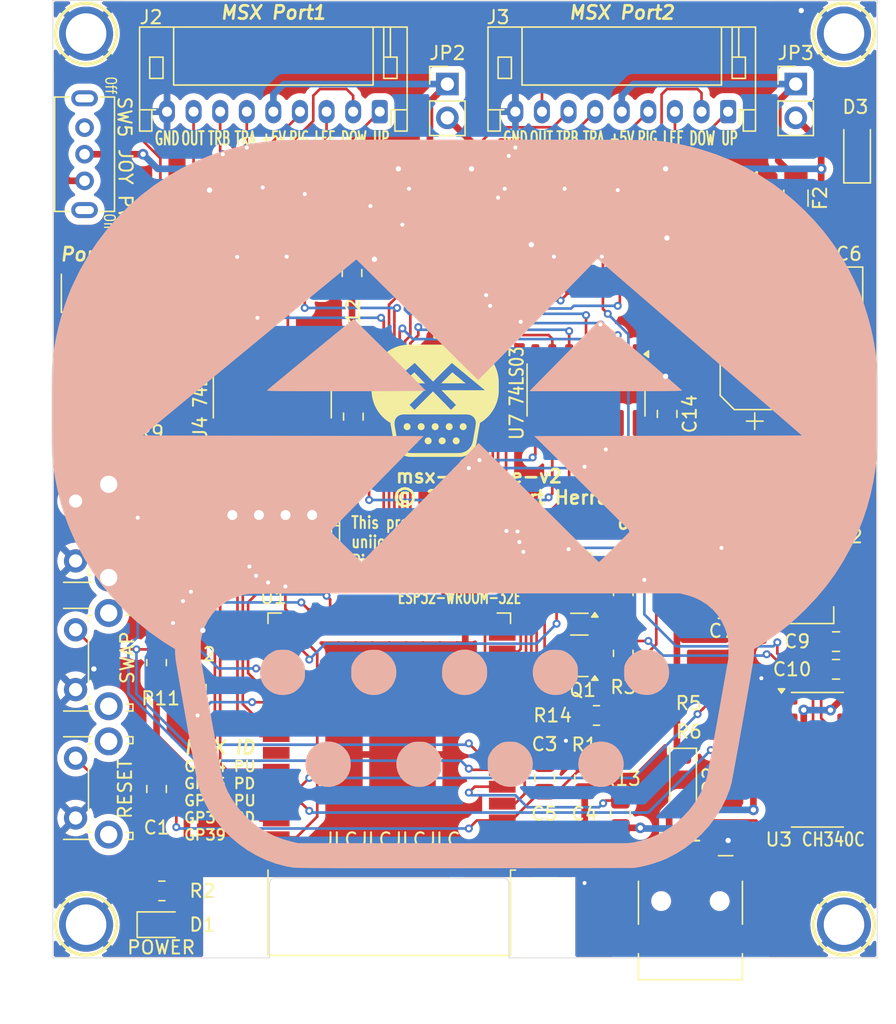
<source format=kicad_pcb>
(kicad_pcb (version 20221018) (generator pcbnew)
  (title_block (title "msx-joyblue-v2") (date "2024-03-24") (rev "Build2c") (company "Albert Herranz"))
  (layers (0 "F.Cu" signal) (31 "B.Cu" signal) (34 "B.Paste" user) (35 "F.Paste" user) (36 "B.SilkS" user "B.Silkscreen") (37 "F.SilkS" user "F.Silkscreen") (38 "B.Mask" user) (39 "F.Mask" user) (44 "Edge.Cuts" user))
  (net 0 "")
  (net 1 "VBUS")
  (net 2 "GPIO_BOOTSTRAP_04")
  (net 3 "/ESP_EN")
  (net 4 "/ESP_BOOT")
  (net 5 "RTS_PROG")
  (net 6 "DTR_PROG")
  (net 7 "+3V3_REG")
  (net 8 "/+5V_FILTERED")
  (net 9 "JOY_5V")
  (net 10 "/+3V3_LED")
  (net 11 "UART_TX")
  (net 12 "UART_RX")
  (net 13 "GPIO_39")
  (net 14 "GPIO_SWITCH_USER1")
  (net 15 "GPIO_SWITCH_USER2")
  (net 16 "GPIO_J2_LEFT")
  (net 17 "GPIO_J2_DOWN")
  (net 18 "GPIO_J1_UP")
  (net 19 "GPIO_J2_UP")
  (net 20 "GPIO_LED_J2")
  (net 21 "GPIO_J2_RIGHT")
  (net 22 "GPIO_J1_DOWN")
  (net 23 "GPIO_J1_LEFT")
  (net 24 "GPIO_J1_RIGHT")
  (net 25 "/JOY_EXT_5V")
  (net 26 "Net-(D4-A)")
  (net 27 "Net-(D5-A)")
  (net 28 "Net-(D6-A)")
  (net 29 "J1_PWR")
  (net 30 "J2_PWR")
  (net 31 "/USBD-")
  (net 32 "/USBD+")
  (net 34 "GND")
  (net 35 "GPIO_36")
  (net 36 "unconnected-(J1-Shield-Pad6)")
  (net 37 "/J1_RIGHT")
  (net 38 "/J1_LEFT")
  (net 39 "/J1_DOWN")
  (net 40 "/J1_UP")
  (net 41 "/J1_OUT")
  (net 42 "/J1_TRIGB")
  (net 43 "/J1_TRIGA")
  (net 44 "/J2_RIGHT")
  (net 45 "/J2_LEFT")
  (net 46 "/J2_DOWN")
  (net 47 "/J2_UP")
  (net 48 "/J2_OUT")
  (net 49 "/J2_TRIGB")
  (net 50 "/J2_TRIGA")
  (net 51 "I2C_SDA")
  (net 52 "I2C_SCL")
  (net 53 "Net-(Q1-B)")
  (net 54 "Net-(Q2-B)")
  (net 55 "Net-(U3-TXD)")
  (net 56 "Net-(U3-RXD)")
  (net 57 "GPIO_BOOTSTRAP_15_LED_J1")
  (net 58 "GPIO_LED_BT")
  (net 59 "GPIO_BOOTSTRAP_05")
  (net 61 "GPIO_J1_TRIGB")
  (net 62 "GPIO_J1_TRIGA")
  (net 69 "GPIO_J2_TRIGB")
  (net 70 "GPIO_J2_TRIGA")
  (net 79 "/~{J1_OUT_1}")
  (net 80 "/~{J2_OUT_1}")
  (footprint "Connector_USB:USB_Mini-B_Lumberg_2486_01_Horizontal" (layer "F.Cu") (at 130.765 145.755)
    (fp_text reference "J1")
    (fp_text value "USB_B_Mini")
  )
  (footprint "My_Components:ESP32-WROOM-32" (layer "F.Cu") (at 108.115 133.98 180)
    (fp_text reference "U1")
    (fp_text value "ESP32-WROOM-32E")
  )
  (footprint "Package_SO:SOIC-16_3.9x9.9mm_P1.27mm" (layer "F.Cu") (at 140.315 135.13)
    (fp_text reference "U3")
    (fp_text value "CH340C")
  )
  (footprint "Package_SO:SOIC-14_3.9x8.7mm_P1.27mm" (layer "F.Cu") (at 99.319 107.476 -90)
    (fp_text reference "U4")
    (fp_text value "74LS03")
  )
  (footprint "Package_TO_SOT_SMD:SOT-223-3_TabPin2" (layer "F.Cu") (at 139.6336 121.4786)
    (fp_text reference "U2")
    (fp_text value "AMS1117-3.3")
  )
  (footprint "My_Components:Hole_3mm" (layer "F.Cu") (at 85.315 147.53)
    (fp_text reference "H1" hide)
    (fp_text value "MountingHole_Pad" hide)
  )
  (footprint "My_Components:Hole_3mm" (layer "F.Cu") (at 142.315 147.53)
    (fp_text reference "H2" hide)
    (fp_text value "MountingHole_Pad" hide)
  )
  (footprint "Package_SO:SOIC-14_3.9x8.7mm_P1.27mm" (layer "F.Cu") (at 122.915 96.73 -90)
    (fp_text reference "U6")
    (fp_text value "74LS03")
  )
  (footprint "Package_SO:SOIC-14_3.9x8.7mm_P1.27mm" (layer "F.Cu") (at 99.219 96.752 -90)
    (fp_text reference "U5")
    (fp_text value "74LS03")
  )
  (footprint "Package_TO_SOT_SMD:SOT-23" (layer "F.Cu") (at 122.413 127.314 180)
    (fp_text reference "Q1")
    (fp_text value "S8050")
  )
  (footprint "Package_TO_SOT_SMD:SOT-23" (layer "F.Cu") (at 122.413 122.558 180)
    (fp_text reference "Q2")
    (fp_text value "S8050")
  )
  (footprint "Resistor_SMD:R_0805_2012Metric_Pad1.20x1.40mm_HandSolder" (layer "F.Cu") (at 88.415 104.93 -90)
    (fp_text reference "R7")
    (fp_text value "1K")
  )
  (footprint "Resistor_SMD:R_0805_2012Metric_Pad1.20x1.40mm_HandSolder" (layer "F.Cu") (at 125.5 139.2 -90)
    (fp_text reference "R13")
    (fp_text value "10K")
  )
  (footprint "LED_SMD:LED_0805_2012Metric_Pad1.15x1.40mm_HandSolder" (layer "F.Cu") (at 84.415 99.6238 90)
    (fp_text reference "D4")
    (fp_text value "Port1")
  )
  (footprint "Capacitor_SMD:C_0805_2012Metric_Pad1.18x1.45mm_HandSolder" (layer "F.Cu") (at 129.015 109.13 90)
    (fp_text reference "C14")
    (fp_text value "0.1uF")
  )
  (footprint "Connector_JST:JST_PH_B4B-PH-K_1x04_P2.00mm_Vertical" (layer "F.Cu") (at 96.315 116.73)
    (fp_text reference "J4")
    (fp_text value "I2C")
  )
  (footprint "LED_SMD:LED_0805_2012Metric_Pad1.15x1.40mm_HandSolder" (layer "F.Cu") (at 84.415 104.93 90)
    (fp_text reference "D6")
    (fp_text value "BT DISC")
  )
  (footprint "Resistor_SMD:R_0805_2012Metric_Pad1.20x1.40mm_HandSolder" (layer "F.Cu") (at 93.6 129.7 90)
    (fp_text reference "R12")
    (fp_text value "3.3K")
  )
  (footprint "Resistor_SMD:R_0805_2012Metric_Pad1.20x1.40mm_HandSolder" (layer "F.Cu") (at 122.8 136.5 -90)
    (fp_text reference "R1")
    (fp_text value "10K")
  )
  (footprint "Package_SO:SOIC-14_3.9x8.7mm_P1.27mm" (layer "F.Cu") (at 122.915 107.33 -90)
    (fp_text reference "U7")
    (fp_text value "74LS03")
  )
  (footprint "Resistor_SMD:R_0805_2012Metric_Pad1.20x1.40mm_HandSolder" (layer "F.Cu") (at 133.615 132.93)
    (fp_text reference "R6")
    (fp_text value "1K")
  )
  (footprint "Button_Switch_THT:SW_Tactile_SPST_Angled_PTS645Vx39-2LFS" (layer "F.Cu") (at 84.525 139.5094 90)
    (fp_text reference "SW1")
    (fp_text value "RESET")
  )
  (footprint "My_Components:Hole_3mm" (layer "F.Cu") (at 85.315 80.53)
    (fp_text reference "H3" hide)
    (fp_text value "MountingHole_Pad" hide)
  )
  (footprint "Fuse:Fuse_1206_3216Metric_Pad1.42x1.75mm_HandSolder" (layer "F.Cu") (at 112.5 92.9 -90)
    (fp_text reference "F1")
    (fp_text value "50mA")
  )
  (footprint "Connector_PinHeader_2.54mm:PinHeader_1x02_P2.54mm_Vertical" (layer "F.Cu") (at 112.485 84.325)
    (fp_text reference "JP2")
    (fp_text value "J1 Fuse Bypass")
  )
  (footprint "Button_Switch_THT:SW_Tactile_SPST_Angled_PTS645Vx39-2LFS" (layer "F.Cu") (at 84.525 120.18 90)
    (fp_text reference "SW3")
    (fp_text value "MODE")
  )
  (footprint "Capacitor_SMD:C_0805_2012Metric_Pad1.18x1.45mm_HandSolder" (layer "F.Cu") (at 133.1216 123.7646 180)
    (fp_text reference "C7")
    (fp_text value "22uF")
  )
  (footprint "My_Components:SW_SK-12D07G6-1P2T-6mm" (layer "F.Cu") (at 85.2 87.6 -90)
    (fp_text reference "SW5")
    (fp_text value "JOY PWR")
  )
  (footprint "Capacitor_SMD:C_0805_2012Metric_Pad1.18x1.45mm_HandSolder" (layer "F.Cu") (at 105.415 109.33 90)
    (fp_text reference "C11")
    (fp_text value "0.1uF")
  )
  (footprint "Connector_JST:JST_PH_S9B-PH-K_1x09_P2.00mm_Horizontal" (layer "F.Cu") (at 107.4 86.4 180)
    (fp_text reference "J2")
    (fp_text value "MSX Port1")
  )
  (footprint "Capacitor_SMD:C_0805_2012Metric_Pad1.18x1.45mm_HandSolder" (layer "F.Cu") (at 122.815 141.73 -90)
    (fp_text reference "C4")
    (fp_text value ".1uF")
  )
  (footprint "Resistor_SMD:R_0805_2012Metric_Pad1.20x1.40mm_HandSolder" (layer "F.Cu") (at 105.3 94.5 -90)
    (fp_text reference "R15")
    (fp_text value "3.3K")
  )
  (footprint "Capacitor_SMD:C_0805_2012Metric_Pad1.18x1.45mm_HandSolder" (layer "F.Cu") (at 90.615 137.33 90)
    (fp_text reference "C1")
    (fp_text value ".1uF")
  )
  (footprint "Capacitor_SMD:C_0805_2012Metric_Pad1.18x1.45mm_HandSolder" (layer "F.Cu") (at 134.5536 113.6046 90)
    (fp_text reference "C2")
    (fp_text value ".1uF")
  )
  (footprint "LED_SMD:LED_0805_2012Metric_Pad1.15x1.40mm_HandSolder" (layer "F.Cu") (at 84.415 110.53 90)
    (fp_text reference "D5")
    (fp_text value "Port2")
  )
  (footprint "Symbol:OSHW-Logo_7.5x8mm_SilkScreen" (layer "F.Cu") (at 129.2 115.1)
    (fp_text reference "SYM1" hide)
    (fp_text value "Logo_Open_Hardware_Large" hide)
  )
  (footprint "Resistor_SMD:R_0805_2012Metric_Pad1.20x1.40mm_HandSolder" (layer "F.Cu") (at 125.715 127.13 90)
    (fp_text reference "R3")
    (fp_text value "10K")
  )
  (footprint "Capacitor_SMD:C_0805_2012Metric_Pad1.18x1.45mm_HandSolder" (layer "F.Cu") (at 141.715 128.33 180)
    (fp_text reference "C10")
    (fp_text value "1uF")
  )
  (footprint "Diode_SMD:D_SOD-123" (layer "F.Cu") (at 130.215 136.63 -90)
    (fp_text reference "D2")
    (fp_text value "1N5819")
  )
  (footprint "Capacitor_SMD:C_0805_2012Metric_Pad1.18x1.45mm_HandSolder" (layer "F.Cu") (at 141.715 126.2472 180)
    (fp_text reference "C9")
    (fp_text value ".1uF")
  )
  (footprint "Resistor_SMD:R_0805_2012Metric_Pad1.20x1.40mm_HandSolder" (layer "F.Cu") (at 106.6 113.1 90)
    (fp_text reference "R16")
    (fp_text value "3.3K")
  )
  (footprint "Capacitor_SMD:C_0805_2012Metric_Pad1.18x1.45mm_HandSolder" (layer "F.Cu") (at 119.775 141.73 90)
    (fp_text reference "C5")
    (fp_text value "22uF")
  )
  (footprint "Button_Switch_THT:SW_Tactile_SPST_Angled_PTS645Vx39-2LFS" (layer "F.Cu") (at 84.525 129.8574 90)
    (fp_text reference "SW4")
    (fp_text value "SWAP")
  )
  (footprint "Resistor_SMD:R_0805_2012Metric_Pad1.20x1.40mm_HandSolder" (layer "F.Cu") (at 88.415 99.63 -90)
    (fp_text reference "R8")
    (fp_text value "3.3K")
  )
  (footprint "Resistor_SMD:R_0805_2012Metric_Pad1.20x1.40mm_HandSolder" (layer "F.Cu") (at 125.715 122.558 90)
    (fp_text reference "R4")
    (fp_text value "10K")
  )
  (footprint "Capacitor_SMD:CP_Elec_10x10.5" (layer "F.Cu") (at 138.3636 103.4446 90)
    (fp_text reference "C6")
    (fp_text value "2200uF")
  )
  (footprint "Resistor_SMD:R_0805_2012Metric_Pad1.20x1.40mm_HandSolder" (layer "F.Cu") (at 88.415 110.5218 -90)
    (fp_text reference "R9")
    (fp_text value "3.3K")
  )
  (footprint "Connector_JST:JST_PH_S9B-PH-K_1x09_P2.00mm_Horizontal" (layer "F.Cu") (at 133.6 86.4 180)
    (fp_text reference "J3")
    (fp_text value "MSX Port2")
  )
  (footprint "Resistor_SMD:R_0805_2012Metric_Pad1.20x1.40mm_HandSolder" (layer "F.Cu") (at 91.015 144.99 180)
    (fp_text reference "R2")
    (fp_text value "3K3")
  )
  (footprint "Capacitor_SMD:C_0805_2012Metric_Pad1.18x1.45mm_HandSolder" (layer "F.Cu") (at 133.1216 121.4532 180)
    (fp_text reference "C8")
    (fp_text value "22uF")
  )
  (footprint "Resistor_SMD:R_0805_2012Metric_Pad1.20x1.40mm_HandSolder" (layer "F.Cu") (at 90.615 127.83 90)
    (fp_text reference "R11")
    (fp_text value "10K")
  )
  (footprint "Fuse:Fuse_1206_3216Metric_Pad1.42x1.75mm_HandSolder" (layer "F.Cu") (at 138.7 92.9 -90)
    (fp_text reference "F2")
    (fp_text value "50mA")
  )
  (footprint "Resistor_SMD:R_0805_2012Metric_Pad1.20x1.40mm_HandSolder" (layer "F.Cu") (at 123.7 131.8)
    (fp_text reference "R14")
    (fp_text value "3.3K")
  )
  (footprint "LED_SMD:LED_0805_2012Metric_Pad1.15x1.40mm_HandSolder" (layer "F.Cu") (at 91.015 147.53)
    (fp_text reference "D1")
    (fp_text value "PWR")
  )
  (footprint "Resistor_SMD:R_0805_2012Metric_Pad1.20x1.40mm_HandSolder" (layer "F.Cu") (at 133.615 130.83)
    (fp_text reference "R5")
    (fp_text value "1K")
  )
  (footprint "Capacitor_SMD:C_0805_2012Metric_Pad1.18x1.45mm_HandSolder" (layer "F.Cu") (at 119.8 136.5 90)
    (fp_text reference "C3")
    (fp_text value "22uF")
  )
  (footprint "Capacitor_SMD:C_0805_2012Metric_Pad1.18x1.45mm_HandSolder" (layer "F.Cu") (at 105.315 98.53 90)
    (fp_text reference "C12")
    (fp_text value "0.1uF")
  )
  (footprint "My_Components:Hole_3mm" (layer "F.Cu") (at 142.315 80.53)
    (fp_text reference "H4" hide)
    (fp_text value "MountingHole_Pad" hide)
  )
  (footprint "Diode_SMD:D_SOD-123" (layer "F.Cu") (at 143.3 89.4 90)
    (fp_text reference "D3")
    (fp_text value "1N5819")
  )
  (footprint "Unijoysticle:SW_Push_1P1T_NO_5.1x5.1mm" (layer "F.Cu") (at 139.8876 114.1126 180)
    (fp_text reference "SW2")
    (fp_text value "BOOT")
  )
  (footprint "Connector_PinHeader_2.54mm:PinHeader_1x02_P2.54mm_Vertical" (layer "F.Cu") (at 138.685 84.325)
    (fp_text reference "JP3")
    (fp_text value "J2 Fuse Bypass")
  )
  (footprint "Resistor_SMD:R_0805_2012Metric_Pad1.20x1.40mm_HandSolder" (layer "F.Cu") (at 90.6545 117.9304 90)
    (fp_text reference "R10")
    (fp_text value "10K")
  )
  (footprint "Capacitor_SMD:C_0805_2012Metric_Pad1.18x1.45mm_HandSolder" (layer "F.Cu") (at 129.011 98.5616 90)
    (fp_text reference "C13")
    (fp_text value "0.1uF")
  )
  (footprint "My_Components:msx-joyblue-logo" (layer "B.Cu") (at 113.8 115.9 180)
    (fp_text reference "G***" hide)
    (fp_text value "LOGO" hide)
  )
  (gr_line (start 108.375902 109.654029) (end 108.368388 109.698556) (stroke (width 0.286419)) (layer "F.SilkS"))
  (gr_line (start 109.446992 112.171381) (end 109.495438 112.184374) (stroke (width 0.286419)) (layer "F.SilkS"))
  (gr_line (start 113.541724 112.203626) (end 113.59107 112.195143) (stroke (width 0.286419)) (layer "F.SilkS"))
  (gr_line (start 113.830095 112.119671) (end 113.875845 112.098397) (stroke (width 0.286419)) (layer "F.SilkS"))
  (gr_poly (pts (xy 110.525427 109.873174) (xy 110.536296 109.874001) (xy 110.547007 109.875362) (xy 110.557546 109.877245) (xy 110.567901 109.879635) (xy 110.578057 109.882519) (xy 110.588001 109.885885) (xy 110.59772 109.889717) (xy 110.607201 109.894004) (xy 110.616429 109.898731) (xy 110.625392 109.903885) (xy 110.634075 109.909453) (xy 110.642466 109.915421) (xy 110.650551 109.921775) (xy 110.658317 109.928503) (xy 110.66575 109.93559) (xy 110.672836 109.943024) (xy 110.679563 109.950791) (xy 110.685917 109.958877) (xy 110.691884 109.967269) (xy 110.697451 109.975954) (xy 110.702604 109.984918) (xy 110.70733 109.994148) (xy 110.711616 110.003629) (xy 110.715449 110.01335) (xy 110.718813 110.023295) (xy 110.721697 110.033453) (xy 110.724087 110.043809) (xy 110.725969 110.05435) (xy 110.72733 110.065062) (xy 110.728157 110.075933) (xy 110.728435 110.086948) (xy 110.728157 110.097963) (xy 110.72733 110.108833) (xy 110.725969 110.119546) (xy 110.724087 110.130087) (xy 110.721697 110.140443) (xy 110.718813 110.1506) (xy 110.715449 110.160546) (xy 110.711616 110.170266) (xy 110.70733 110.179748) (xy 110.702604 110.188978) (xy 110.697451 110.197941) (xy 110.691884 110.206626) (xy 110.685917 110.215018) (xy 110.679563 110.223105) (xy 110.672836 110.230871) (xy 110.66575 110.238305) (xy 110.658317 110.245393) (xy 110.650551 110.25212) (xy 110.642466 110.258475) (xy 110.634075 110.264443) (xy 110.625392 110.27001) (xy 110.616429 110.275165) (xy 110.607201 110.279892) (xy 110.59772 110.284178) (xy 110.588001 110.288011) (xy 110.578057 110.291376) (xy 110.567901 110.29426) (xy 110.557546 110.296651) (xy 110.547007 110.298533) (xy 110.536296 110.299894) (xy 110.525427 110.300721) (xy 110.514413 110.300999) (xy 110.5034 110.300721) (xy 110.492531 110.299894) (xy 110.48182 110.298533) (xy 110.471281 110.296651) (xy 110.460926 110.29426) (xy 110.45077 110.291376) (xy 110.440826 110.288011) (xy 110.431107 110.284178) (xy 110.421626 110.279892) (xy 110.412398 110.275165) (xy 110.403435 110.27001) (xy 110.394752 110.264443) (xy 110.386361 110.258475) (xy 110.378276 110.25212) (xy 110.37051 110.245393) (xy 110.363077 110.238305) (xy 110.355991 110.230871) (xy 110.349264 110.223105) (xy 110.34291 110.215018) (xy 110.336943 110.206626) (xy 110.331376 110.197941) (xy 110.326223 110.188978) (xy 110.321497 110.179748) (xy 110.317211 110.170266) (xy 110.313379 110.160546) (xy 110.310014 110.1506) (xy 110.30713 110.140443) (xy 110.30474 110.130087) (xy 110.302858 110.119546) (xy 110.301497 110.108833) (xy 110.30067 110.097963) (xy 110.300392 110.086948) (xy 110.30067 110.075933) (xy 110.301497 110.065062) (xy 110.302858 110.05435) (xy 110.30474 110.043809) (xy 110.30713 110.033453) (xy 110.310014 110.023295) (xy 110.313379 110.01335) (xy 110.317211 110.003629) (xy 110.321497 109.994148) (xy 110.326223 109.984918) (xy 110.331376 109.975954) (xy 110.336943 109.967269) (xy 110.34291 109.958877) (xy 110.349264 109.950791) (xy 110.355991 109.943024) (xy 110.363077 109.93559) (xy 110.37051 109.928503) (xy 110.378276 109.921775) (xy 110.386361 109.915421) (xy 110.394752 109.909453) (xy 110.403435 109.903885) (xy 110.412398 109.898731) (xy 110.421626 109.894004) (xy 110.431107 109.889717) (xy 110.440826 109.885885) (xy 110.45077 109.882519) (xy 110.460926 109.879635) (xy 110.471281 109.877245) (xy 110.48182 109.875362) (xy 110.492531 109.874001) (xy 110.5034 109.873174) (xy 110.514413 109.872896)) (stroke (width 0.095538)) (fill solid) (layer "F.SilkS"))
  (gr_line (start 108.385724 109.610496) (end 108.375902 109.654029) (stroke (width 0.286419)) (layer "F.SilkS"))
  (gr_line (start 108.374643 109.983144) (end 108.599514 111.254692) (stroke (width 0.286419)) (layer "F.SilkS"))
  (gr_line (start 114.775233 109.837484) (end 114.774953 109.790345) (stroke (width 0.286419)) (layer "F.SilkS"))
  (gr_line (start 114.536025 109.243332) (end 114.504232 109.214784) (stroke (width 0.286419)) (layer "F.SilkS"))
  (gr_line (start 108.467633 109.409886) (end 108.447049 109.447529) (stroke (width 0.286419)) (layer "F.SilkS"))
  (gr_line (start 108.942098 109.053873) (end 108.898239 109.066853) (stroke (width 0.286419)) (layer "F.SilkS"))
  (gr_line (start 108.79829 111.711266) (end 108.828928 111.751467) (stroke (width 0.286419)) (layer "F.SilkS"))
  (gr_line (start 109.544374 112.195143) (end 109.593727 112.203626) (stroke (width 0.286419)) (layer "F.SilkS"))
  (gr_line (start 108.774833 109.118515) (end 108.736593 109.139771) (stroke (width 0.286419)) (layer "F.SilkS"))
  (gr_line (start 114.393116 111.627393) (end 114.418329 111.583846) (stroke (width 0.286419)) (layer "F.SilkS"))
  (gr_line (start 109.005595 111.932668) (end 109.045111 111.964515) (stroke (width 0.286419)) (layer "F.SilkS"))
  (gr_line (start 113.783562 112.138967) (end 113.830095 112.119671) (stroke (width 0.286419)) (layer "F.SilkS"))
  (gr_line (start 108.397801 109.568018) (end 108.385724 109.610496) (stroke (width 0.286419)) (layer "F.SilkS"))
  (gr_line (start 109.693388 112.213489) (end 109.743549 112.214745) (stroke (width 0.286419)) (layer "F.SilkS"))
  (gr_line (start 108.360488 109.790345) (end 108.360205 109.837484) (stroke (width 0.286419)) (layer "F.SilkS"))
  (gr_line (start 108.742298 111.627393) (end 108.769389 111.669887) (stroke (width 0.286419)) (layer "F.SilkS"))
  (gr_line (start 108.855708 109.081995) (end 108.814555 109.099236) (stroke (width 0.286419)) (layer "F.SilkS"))
  (gr_line (start 113.688442 112.171381) (end 113.73632 112.156224) (stroke (width 0.286419)) (layer "F.SilkS"))
  (gr_line (start 109.170704 112.050161) (end 109.214672 112.075206) (stroke (width 0.286419)) (layer "F.SilkS"))
  (gr_line (start 114.749736 109.610496) (end 114.737664 109.568018) (stroke (width 0.286419)) (layer "F.SilkS"))
  (gr_line (start 113.955939 109.023533) (end 109.179495 109.023533) (stroke (width 0.286419)) (layer "F.SilkS"))
  (gr_line (start 109.081122 109.02851) (end 109.033591 109.03464) (stroke (width 0.286419)) (layer "F.SilkS"))
  (gr_line (start 108.828928 111.751467) (end 108.861229 111.790431) (stroke (width 0.286419)) (layer "F.SilkS"))
  (gr_line (start 108.653495 111.447499) (end 108.672614 111.493837) (stroke (width 0.286419)) (layer "F.SilkS"))
  (gr_line (start 109.214672 112.075206) (end 109.25957 112.098397) (stroke (width 0.286419)) (layer "F.SilkS"))
  (gr_line (start 113.640001 112.184374) (end 113.688442 112.171381) (stroke (width 0.286419)) (layer "F.SilkS"))
  (gr_line (start 108.609488 111.303889) (end 108.621859 111.352463) (stroke (width 0.286419)) (layer "F.SilkS"))
  (gr_line (start 114.620757 109.338748) (end 114.594339 109.305375) (stroke (width 0.286419)) (layer "F.SilkS"))
  (gr_line (start 108.367231 109.933945) (end 108.374643 109.983144) (stroke (width 0.286419)) (layer "F.SilkS"))
  (gr_line (start 109.305324 112.119671) (end 109.351861 112.138967) (stroke (width 0.286419)) (layer "F.SilkS"))
  (gr_line (start 114.768203 109.933945) (end 114.773 109.885372) (stroke (width 0.286419)) (layer "F.SilkS"))
  (gr_poly (pts (xy 112.631995 109.873211) (xy 112.642864 109.874038) (xy 112.653575 109.8754) (xy 112.664115 109.877282) (xy 112.674469 109.879673) (xy 112.684624 109.882558) (xy 112.694568 109.885925) (xy 112.704286 109.889758) (xy 112.713765 109.894046) (xy 112.722992 109.898774) (xy 112.731953 109.903929) (xy 112.740635 109.909498) (xy 112.749024 109.915468) (xy 112.757108 109.921823) (xy 112.764871 109.928553) (xy 112.772302 109.935642) (xy 112.779387 109.943077) (xy 112.786112 109.950845) (xy 112.792463 109.958933) (xy 112.798428 109.967327) (xy 112.803993 109.976013) (xy 112.809145 109.984979) (xy 112.81387 109.99421) (xy 112.818154 110.003693) (xy 112.821985 110.013415) (xy 112.825348 110.023362) (xy 112.828231 110.033521) (xy 112.83062 110.043878) (xy 112.832501 110.05442) (xy 112.833861 110.065134) (xy 112.834687 110.076005) (xy 112.834966 110.087021) (xy 112.834687 110.098034) (xy 112.833861 110.108902) (xy 112.832501 110.119611) (xy 112.83062 110.130149) (xy 112.828231 110.140502) (xy 112.825348 110.150657) (xy 112.821985 110.1606) (xy 112.818154 110.170317) (xy 112.81387 110.179796) (xy 112.809145 110.189022) (xy 112.803993 110.197983) (xy 112.798428 110.206664) (xy 112.792463 110.215054) (xy 112.786112 110.223137) (xy 112.779387 110.230901) (xy 112.772302 110.238332) (xy 112.764871 110.245416) (xy 112.757108 110.252142) (xy 112.749024 110.258493) (xy 112.740635 110.264459) (xy 112.731953 110.270024) (xy 112.722992 110.275176) (xy 112.713765 110.279901) (xy 112.704286 110.284186) (xy 112.694568 110.288017) (xy 112.684624 110.29138) (xy 112.674469 110.294264) (xy 112.664115 110.296653) (xy 112.653575 110.298534) (xy 112.642864 110.299895) (xy 112.631995 110.300721) (xy 112.62098 110.300999) (xy 112.609983 110.300721) (xy 112.599128 110.299895) (xy 112.58843 110.298534) (xy 112.577902 110.296653) (xy 112.567558 110.294264) (xy 112.557412 110.29138) (xy 112.547476 110.288017) (xy 112.537764 110.284186) (xy 112.52829 110.279901) (xy 112.519068 110.275176) (xy 112.51011 110.270024) (xy 112.50143 110.264459) (xy 112.493042 110.258493) (xy 112.48496 110.252142) (xy 112.477196 110.245416) (xy 112.469764 110.238332) (xy 112.462679 110.230901) (xy 112.455952 110.223137) (xy 112.449599 110.215054) (xy 112.443631 110.206664) (xy 112.438064 110.197983) (xy 112.432909 110.189022) (xy 112.428182 110.179796) (xy 112.423895 110.170317) (xy 112.420061 110.1606) (xy 112.416695 110.150657) (xy 112.41381 110.140502) (xy 112.411419 110.130149) (xy 112.409536 110.119611) (xy 112.408174 110.108902) (xy 112.407347 110.098034) (xy 112.407069 110.087021) (xy 112.407347 110.076005) (xy 112.408174 110.065134) (xy 112.409536 110.05442) (xy 112.411419 110.043878) (xy 112.41381 110.033521) (xy 112.416695 110.023362) (xy 112.420061 110.013415) (xy 112.423895 110.003693) (xy 112.428182 109.99421) (xy 112.432909 109.984979) (xy 112.438064 109.976014) (xy 112.443631 109.967327) (xy 112.449599 109.958933) (xy 112.455952 109.950846) (xy 112.462679 109.943077) (xy 112.469764 109.935642) (xy 112.477196 109.928553) (xy 112.48496 109.921824) (xy 112.493042 109.915468) (xy 112.50143 109.909498) (xy 112.51011 109.903929) (xy 112.519068 109.898774) (xy 112.52829 109.894046) (xy 112.537764 109.889758) (xy 112.547476 109.885925) (xy 112.557412 109.882558) (xy 112.567558 109.879673) (xy 112.577902 109.877282) (xy 112.58843 109.8754) (xy 112.599128 109.874038) (xy 112.609983 109.873211) (xy 112.62098 109.872932)) (stroke (width 0.095538)) (fill solid) (layer "F.SilkS"))
  (gr_line (start 114.148254 109.043114) (end 114.101885 109.03464) (stroke (width 0.286419)) (layer "F.SilkS"))
  (gr_line (start 114.049554 111.994754) (end 114.129806 111.932668) (stroke (width 0.286419)) (layer "F.SilkS"))
  (gr_line (start 108.699887 109.162942) (end 108.664766 109.187967) (stroke (width 0.286419)) (layer "F.SilkS"))
  (gr_line (start 108.541163 109.305375) (end 108.514741 109.338748) (stroke (width 0.286419)) (layer "F.SilkS"))
  (gr_line (start 108.599485 109.243332) (end 108.569428 109.27355) (stroke (width 0.286419)) (layer "F.SilkS"))
  (gr_line (start 114.688433 109.447529) (end 114.667855 109.409886) (stroke (width 0.286419)) (layer "F.SilkS"))
  (gr_poly (pts (xy 109.471831 109.873174) (xy 109.4827 109.874001) (xy 109.493411 109.875362) (xy 109.503951 109.877245) (xy 109.514305 109.879635) (xy 109.524461 109.882519) (xy 109.534406 109.885885) (xy 109.544125 109.889717) (xy 109.553605 109.894004) (xy 109.562833 109.898731) (xy 109.571796 109.903885) (xy 109.580479 109.909453) (xy 109.58887 109.915421) (xy 109.596956 109.921775) (xy 109.604721 109.928503) (xy 109.612154 109.93559) (xy 109.619241 109.943024) (xy 109.625967 109.950791) (xy 109.632321 109.958877) (xy 109.638288 109.967269) (xy 109.643855 109.975954) (xy 109.649008 109.984918) (xy 109.653735 109.994148) (xy 109.658021 110.003629) (xy 109.661853 110.01335) (xy 109.665218 110.023295) (xy 109.668102 110.033453) (xy 109.670491 110.043809) (xy 109.672374 110.05435) (xy 109.673735 110.065062) (xy 109.674561 110.075933) (xy 109.67484 110.086948) (xy 109.674561 110.097963) (xy 109.673735 110.108833) (xy 109.672374 110.119546) (xy 109.670491 110.130087) (xy 109.668102 110.140443) (xy 109.665218 110.1506) (xy 109.661853 110.160546) (xy 109.658021 110.170266) (xy 109.653735 110.179748) (xy 109.649008 110.188978) (xy 109.643855 110.197941) (xy 109.638288 110.206626) (xy 109.632321 110.215018) (xy 109.625967 110.223105) (xy 109.619241 110.230871) (xy 109.612154 110.238305) (xy 109.604721 110.245393) (xy 109.596956 110.25212) (xy 109.58887 110.258475) (xy 109.580479 110.264443) (xy 109.571796 110.27001) (xy 109.562833 110.275165) (xy 109.553605 110.279892) (xy 109.544125 110.284178) (xy 109.534406 110.288011) (xy 109.524461 110.291376) (xy 109.514305 110.29426) (xy 109.503951 110.296651) (xy 109.493411 110.298533) (xy 109.4827 110.299894) (xy 109.471831 110.300721) (xy 109.460818 110.300999) (xy 109.449804 110.300721) (xy 109.438935 110.299894) (xy 109.428224 110.298533) (xy 109.417685 110.296651) (xy 109.40733 110.29426) (xy 109.397174 110.291376) (xy 109.38723 110.288011) (xy 109.377511 110.284178) (xy 109.36803 110.279892) (xy 109.358802 110.275165) (xy 109.34984 110.27001) (xy 109.341156 110.264443) (xy 109.332765 110.258475) (xy 109.32468 110.25212) (xy 109.316914 110.245393) (xy 109.309481 110.238305) (xy 109.302395 110.230871) (xy 109.295668 110.223105) (xy 109.289314 110.215018) (xy 109.283347 110.206626) (xy 109.27778 110.197941) (xy 109.272627 110.188978) (xy 109.267901 110.179748) (xy 109.263615 110.170266) (xy 109.259782 110.160546) (xy 109.256418 110.1506) (xy 109.253534 110.140443) (xy 109.251144 110.130087) (xy 109.249262 110.119546) (xy 109.247901 110.108833) (xy 109.247074 110.097963) (xy 109.246796 110.086948) (xy 109.247074 110.075933) (xy 109.247901 110.065062) (xy 109.249262 110.05435) (xy 109.251144 110.043809) (xy 109.253534 110.033453) (xy 109.256418 110.023295) (xy 109.259782 110.01335) (xy 109.263615 110.003629) (xy 109.267901 109.994148) (xy 109.272627 109.984918) (xy 109.27778 109.975954) (xy 109.283347 109.967269) (xy 109.289314 109.958877) (xy 109.295668 109.950791) (xy 109.302395 109.943024) (xy 109.309481 109.93559) (xy 109.316914 109.928503) (xy 109.32468 109.921775) (xy 109.332765 109.915421) (xy 109.341156 109.909453) (xy 109.34984 109.903885) (xy 109.358802 109.898731) (xy 109.36803 109.894004) (xy 109.377511 109.889717) (xy 109.38723 109.885885) (xy 109.397174 109.882519) (xy 109.40733 109.879635) (xy 109.417685 109.877245) (xy 109.428224 109.875362) (xy 109.438935 109.874001) (xy 109.449804 109.873174) (xy 109.460818 109.872896)) (stroke (width 0.095538)) (fill solid) (layer "F.SilkS"))
  (gr_line (start 108.769389 111.669887) (end 108.79829 111.711266) (stroke (width 0.286419)) (layer "F.SilkS"))
  (gr_line (start 108.362435 109.885372) (end 108.367231 109.933945) (stroke (width 0.286419)) (layer "F.SilkS"))
  (gr_line (start 114.723389 109.526657) (end 114.706962 109.486473) (stroke (width 0.286419)) (layer "F.SilkS"))
  (gr_line (start 109.643423 112.209762) (end 109.693388 112.213489) (stroke (width 0.286419)) (layer "F.SilkS"))
  (gr_line (start 114.773 109.885372) (end 114.775233 109.837484) (stroke (width 0.286419)) (layer "F.SilkS"))
  (gr_line (start 109.743549 112.214745) (end 113.391921 112.214745) (stroke (width 0.286419)) (layer "F.SilkS"))
  (gr_line (start 108.412081 109.526657) (end 108.397801 109.568018) (stroke (width 0.286419)) (layer "F.SilkS"))
  (gr_line (start 114.101885 109.03464) (end 114.054342 109.02851) (stroke (width 0.286419)) (layer "F.SilkS"))
  (gr_line (start 114.759552 109.654029) (end 114.749736 109.610496) (stroke (width 0.286419)) (layer "F.SilkS"))
  (gr_line (start 114.129806 111.932668) (end 114.204875 111.864396) (stroke (width 0.286419)) (layer "F.SilkS"))
  (gr_poly (pts (xy 111.578795 109.873321) (xy 111.589656 109.874147) (xy 111.60036 109.875508) (xy 111.610892 109.877389) (xy 111.62124 109.879777) (xy 111.631389 109.88266) (xy 111.641326 109.886023) (xy 111.651039 109.889853) (xy 111.660513 109.894136) (xy 111.669734 109.89886) (xy 111.678691 109.904011) (xy 111.687368 109.909575) (xy 111.695754 109.915538) (xy 111.703833 109.921888) (xy 111.711594 109.928612) (xy 111.719021 109.935694) (xy 111.726103 109.943123) (xy 111.732825 109.950884) (xy 111.739174 109.958965) (xy 111.745137 109.967352) (xy 111.7507 109.97603) (xy 111.75585 109.984988) (xy 111.760573 109.994211) (xy 111.764856 110.003686) (xy 111.768686 110.0134) (xy 111.772048 110.023339) (xy 111.77493 110.03349) (xy 111.777319 110.043839) (xy 111.7792 110.054372) (xy 111.78056 110.065077) (xy 111.781386 110.07594) (xy 111.781664 110.086948) (xy 111.781386 110.097955) (xy 111.78056 110.108818) (xy 111.7792 110.119523) (xy 111.777319 110.130057) (xy 111.77493 110.140406) (xy 111.772048 110.150557) (xy 111.768686 110.160495) (xy 111.764856 110.170209) (xy 111.760573 110.179684) (xy 111.75585 110.188907) (xy 111.7507 110.197865) (xy 111.745137 110.206544) (xy 111.739174 110.21493) (xy 111.732825 110.223011) (xy 111.726103 110.230772) (xy 111.719021 110.238201) (xy 111.711594 110.245284) (xy 111.703833 110.252007) (xy 111.695754 110.258357) (xy 111.687368 110.264321) (xy 111.678691 110.269885) (xy 111.669734 110.275035) (xy 111.660513 110.279759) (xy 111.651039 110.284043) (xy 111.641326 110.287873) (xy 111.631389 110.291236) (xy 111.62124 110.294118) (xy 111.610892 110.296507) (xy 111.60036 110.298388) (xy 111.589656 110.299748) (xy 111.578795 110.300574) (xy 111.567789 110.300852) (xy 111.556783 110.300574) (xy 111.545921 110.299748) (xy 111.535218 110.298388) (xy 111.524686 110.296507) (xy 111.514338 110.294118) (xy 111.504189 110.291236) (xy 111.494252 110.287873) (xy 111.484539 110.284043) (xy 111.475065 110.279759) (xy 111.465843 110.275035) (xy 111.456887 110.269885) (xy 111.448209 110.264321) (xy 111.439824 110.258357) (xy 111.431745 110.252007) (xy 111.423984 110.245284) (xy 111.416557 110.238201) (xy 111.409475 110.230772) (xy 111.402753 110.223011) (xy 111.396403 110.21493) (xy 111.39044 110.206544) (xy 111.384877 110.197865) (xy 111.379728 110.188907) (xy 111.375004 110.179684) (xy 111.370721 110.170209) (xy 111.366892 110.160495) (xy 111.363529 110.150557) (xy 111.360647 110.140406) (xy 111.358259 110.130057) (xy 111.356378 110.119523) (xy 111.355018 110.108818) (xy 111.354192 110.097955) (xy 111.353914 110.086948) (xy 111.354192 110.07594) (xy 111.355018 110.065077) (xy 111.356378 110.054372) (xy 111.358259 110.043839) (xy 111.360647 110.03349) (xy 111.363529 110.023339) (xy 111.366892 110.0134) (xy 111.370721 110.003686) (xy 111.375004 109.994211) (xy 111.379728 109.984988) (xy 111.384877 109.97603) (xy 111.39044 109.967352) (xy 111.396403 109.958965) (xy 111.402753 109.950884) (xy 111.409475 109.943123) (xy 111.416557 109.935694) (xy 111.423984 109.928612) (xy 111.431745 109.921888) (xy 111.439824 109.915538) (xy 111.448209 109.909575) (xy 111.456887 109.904011) (xy 111.465843 109.89886) (xy 111.475065 109.894136) (xy 111.484539 109.889853) (xy 111.494252 109.886023) (xy 111.504189 109.88266) (xy 111.514338 109.879777) (xy 111.524686 109.877389) (xy 111.535218 109.875508) (xy 111.545921 109.874147) (xy 111.556783 109.873321) (xy 111.567789 109.873043)) (stroke (width 0.095538)) (fill solid) (layer "F.SilkS"))
  (gr_line (start 114.320956 109.099236) (end 114.279799 109.081995) (stroke (width 0.286419)) (layer "F.SilkS"))
  (gr_line (start 109.045111 111.964515) (end 109.08585 111.994754) (stroke (width 0.286419)) (layer "F.SilkS"))
  (gr_line (start 114.279799 109.081995) (end 114.237263 109.066853) (stroke (width 0.286419)) (layer "F.SilkS"))
  (gr_line (start 108.930526 111.864396) (end 108.967376 111.899274) (stroke (width 0.286419)) (layer "F.SilkS"))
  (gr_poly (pts (xy 110.808145 106.827578) (xy 109.045013 106.827578) (xy 109.999247 106.0024)) (fill solid) (layer "F.SilkS"))
  (gr_line (start 108.514741 109.338748) (end 108.490214 109.373605) (stroke (width 0.286419)) (layer "F.SilkS"))
  (gr_line (start 109.127739 112.023323) (end 109.170704 112.050161) (stroke (width 0.286419)) (layer "F.SilkS"))
  (gr_line (start 113.442076 112.213489) (end 113.492035 112.209762) (stroke (width 0.286419)) (layer "F.SilkS"))
  (gr_line (start 108.664766 109.187967) (end 108.631281 109.214784) (stroke (width 0.286419)) (layer "F.SilkS"))
  (gr_line (start 114.504232 109.214784) (end 114.470749 109.187967) (stroke (width 0.286419)) (layer "F.SilkS"))
  (gr_line (start 109.495438 112.184374) (end 109.544374 112.195143) (stroke (width 0.286419)) (layer "F.SilkS"))
  (gr_line (start 109.179495 109.023533) (end 109.129773 109.024788) (stroke (width 0.286419)) (layer "F.SilkS"))
  (gr_line (start 114.566078 109.27355) (end 114.536025 109.243332) (stroke (width 0.286419)) (layer "F.SilkS"))
  (gr_line (start 109.351861 112.138967) (end 109.399108 112.156224) (stroke (width 0.286419)) (layer "F.SilkS"))
  (gr_line (start 108.621859 111.352463) (end 108.636552 111.400354) (stroke (width 0.286419)) (layer "F.SilkS"))
  (gr_line (start 114.594339 109.305375) (end 114.566078 109.27355) (stroke (width 0.286419)) (layer "F.SilkS"))
  (gr_line (start 114.737664 109.568018) (end 114.723389 109.526657) (stroke (width 0.286419)) (layer "F.SilkS"))
  (gr_line (start 108.636552 111.400354) (end 108.653495 111.447499) (stroke (width 0.286419)) (layer "F.SilkS"))
  (gr_line (start 114.772212 109.744015) (end 114.767061 109.698556) (stroke (width 0.286419)) (layer "F.SilkS"))
  (gr_line (start 114.498891 111.400354) (end 114.513593 111.352463) (stroke (width 0.286419)) (layer "F.SilkS"))
  (gr_line (start 108.717089 111.583846) (end 108.742298 111.627393) (stroke (width 0.286419)) (layer "F.SilkS"))
  (gr_line (start 114.441586 111.539307) (end 114.462815 111.493837) (stroke (width 0.286419)) (layer "F.SilkS"))
  (gr_line (start 114.337116 111.711266) (end 114.366021 111.669887) (stroke (width 0.286419)) (layer "F.SilkS"))
  (gr_line (start 109.25957 112.098397) (end 109.305324 112.119671) (stroke (width 0.286419)) (layer "F.SilkS"))
  (gr_line (start 114.525972 111.303889) (end 114.535956 111.254692) (stroke (width 0.286419)) (layer "F.SilkS"))
  (gr_line (start 109.593727 112.203626) (end 109.643423 112.209762) (stroke (width 0.286419)) (layer "F.SilkS"))
  (gr_line (start 109.08585 111.994754) (end 109.127739 112.023323) (stroke (width 0.286419)) (layer "F.SilkS"))
  (gr_line (start 108.898239 109.066853) (end 108.855708 109.081995) (stroke (width 0.286419)) (layer "F.SilkS"))
  (gr_line (start 114.470749 109.187967) (end 114.435628 109.162942) (stroke (width 0.286419)) (layer "F.SilkS"))
  (gr_line (start 113.73632 112.156224) (end 113.783562 112.138967) (stroke (width 0.286419)) (layer "F.SilkS"))
  (gr_line (start 108.967376 111.899274) (end 109.005595 111.932668) (stroke (width 0.286419)) (layer "F.SilkS"))
  (gr_line (start 108.631281 109.214784) (end 108.599485 109.243332) (stroke (width 0.286419)) (layer "F.SilkS"))
  (gr_line (start 108.569428 109.27355) (end 108.541163 109.305375) (stroke (width 0.286419)) (layer "F.SilkS"))
  (gr_line (start 114.005676 109.024788) (end 113.955939 109.023533) (stroke (width 0.286419)) (layer "F.SilkS"))
  (gr_line (start 113.492035 112.209762) (end 113.541724 112.203626) (stroke (width 0.286419)) (layer "F.SilkS"))
  (gr_line (start 108.363233 109.744015) (end 108.360488 109.790345) (stroke (width 0.286419)) (layer "F.SilkS"))
  (gr_line (start 114.398922 109.139771) (end 114.36068 109.118515) (stroke (width 0.286419)) (layer "F.SilkS"))
  (gr_line (start 114.204875 111.864396) (end 114.274174 111.790431) (stroke (width 0.286419)) (layer "F.SilkS"))
  (gr_poly (pts (xy 109.998662 110.937695) (xy 110.009527 110.938521) (xy 110.020235 110.939882) (xy 110.030771 110.941764) (xy 110.041121 110.944153) (xy 110.051274 110.947037) (xy 110.061215 110.950401) (xy 110.070931 110.954232) (xy 110.080408 110.958517) (xy 110.089633 110.963243) (xy 110.098592 110.968395) (xy 110.107273 110.973961) (xy 110.115661 110.979926) (xy 110.123743 110.986279) (xy 110.131507 110.993004) (xy 110.138937 111.000089) (xy 110.146021 111.007521) (xy 110.152745 111.015285) (xy 110.159097 111.023368) (xy 110.165062 111.031758) (xy 110.170627 111.040439) (xy 110.175778 111.0494) (xy 110.180503 111.058627) (xy 110.184788 111.068105) (xy 110.188619 111.077822) (xy 110.191982 111.087764) (xy 110.194865 111.097918) (xy 110.197254 111.108271) (xy 110.199136 111.118808) (xy 110.200496 111.129517) (xy 110.201322 111.140384) (xy 110.201601 111.151395) (xy 110.201322 111.162406) (xy 110.200496 111.173273) (xy 110.199136 111.183982) (xy 110.197254 111.194519) (xy 110.194865 111.204871) (xy 110.191982 111.215025) (xy 110.188619 111.224968) (xy 110.184788 111.234685) (xy 110.180503 111.244163) (xy 110.175778 111.25339) (xy 110.170627 111.26235) (xy 110.165062 111.271032) (xy 110.159097 111.279421) (xy 110.152745 111.287505) (xy 110.146021 111.295269) (xy 110.138937 111.3027) (xy 110.131507 111.309785) (xy 110.123743 111.316511) (xy 110.115661 111.322863) (xy 110.107273 111.328829) (xy 110.098592 111.334395) (xy 110.089633 111.339547) (xy 110.080408 111.344272) (xy 110.070931 111.348557) (xy 110.061215 111.352389) (xy 110.051274 111.355753) (xy 110.041121 111.358636) (xy 110.030771 111.361026) (xy 110.020235 111.362907) (xy 110.009527 111.364268) (xy 109.998662 111.365094) (xy 109.987652 111.365373) (xy 109.976643 111.365094) (xy 109.965777 111.364268) (xy 109.95507 111.362907) (xy 109.944534 111.361026) (xy 109.934183 111.358636) (xy 109.924031 111.355753) (xy 109.91409 111.352389) (xy 109.904374 111.348557) (xy 109.894897 111.344272) (xy 109.885672 111.339547) (xy 109.876712 111.334395) (xy 109.868032 111.328829) (xy 109.859644 111.322863) (xy 109.851561 111.316511) (xy 109.843798 111.309785) (xy 109.836368 111.3027) (xy 109.829284 111.295269) (xy 109.822559 111.287505) (xy 109.816208 111.279421) (xy 109.810243 111.271032) (xy 109.804678 111.26235) (xy 109.799526 111.25339) (xy 109.794802 111.244163) (xy 109.790517 111.234685) (xy 109.786686 111.224968) (xy 109.783323 111.215025) (xy 109.78044 111.204871) (xy 109.778051 111.194519) (xy 109.776169 111.183982) (xy 109.774809 111.173273) (xy 109.773982 111.162406) (xy 109.773704 111.151395) (xy 109.773982 111.140384) (xy 109.774809 111.129517) (xy 109.776169 111.118808) (xy 109.778051 111.108271) (xy 109.78044 111.097918) (xy 109.783323 111.087764) (xy 109.786686 111.077822) (xy 109.790517 111.068105) (xy 109.794802 111.058627) (xy 109.799526 111.0494) (xy 109.804678 111.040439) (xy 109.810243 111.031758) (xy 109.816208 111.023368) (xy 109.822559 111.015285) (xy 109.829284 111.007521) (xy 109.836368 111.000089) (xy 109.843798 110.993004) (xy 109.851561 110.986279) (xy 109.859644 110.979926) (xy 109.868032 110.973961) (xy 109.876712 110.968395) (xy 109.885672 110.963243) (xy 109.894897 110.958517) (xy 109.904374 110.954232) (xy 109.91409 110.950401) (xy 109.924031 110.947037) (xy 109.934183 110.944153) (xy 109.944534 110.941764) (xy 109.95507 110.939882) (xy 109.965777 110.938521) (xy 109.976643 110.937695) (xy 109.987652 110.937416)) (stroke (width 0.095538)) (fill solid) (layer "F.SilkS"))
  (gr_poly (pts (xy 113.158893 110.937658) (xy 113.169752 110.938484) (xy 113.180452 110.939845) (xy 113.190981 110.941726) (xy 113.201325 110.944115) (xy 113.211471 110.946998) (xy 113.221404 110.950361) (xy 113.231113 110.954192) (xy 113.240582 110.958476) (xy 113.2498 110.963201) (xy 113.258751 110.968352) (xy 113.267424 110.973916) (xy 113.275805 110.979881) (xy 113.28388 110.986231) (xy 113.291635 110.992955) (xy 113.299058 111.000038) (xy 113.306135 111.007467) (xy 113.312853 111.015229) (xy 113.319198 111.02331) (xy 113.325156 111.031697) (xy 113.330715 111.040376) (xy 113.335861 111.049333) (xy 113.340581 111.058556) (xy 113.34486 111.068031) (xy 113.348686 111.077745) (xy 113.352046 111.087683) (xy 113.354926 111.097833) (xy 113.357312 111.108181) (xy 113.359191 111.118713) (xy 113.36055 111.129417) (xy 113.361375 111.140279) (xy 113.361653 111.151284) (xy 113.361375 111.162294) (xy 113.36055 111.173158) (xy 113.359191 111.183865) (xy 113.357312 111.1944) (xy 113.354926 111.204751) (xy 113.352046 111.214903) (xy 113.348686 111.224843) (xy 113.34486 111.234559) (xy 113.340581 111.244035) (xy 113.335861 111.25326) (xy 113.330715 111.262219) (xy 113.325156 111.270899) (xy 113.319198 111.279287) (xy 113.312853 111.287369) (xy 113.306135 111.295132) (xy 113.299058 111.302562) (xy 113.291635 111.309646) (xy 113.28388 111.316371) (xy 113.275805 111.322722) (xy 113.267424 111.328687) (xy 113.258751 111.334252) (xy 113.2498 111.339403) (xy 113.240582 111.344128) (xy 113.231113 111.348412) (xy 113.221404 111.352243) (xy 113.211471 111.355607) (xy 113.201325 111.35849) (xy 113.190981 111.360879) (xy 113.180452 111.36276) (xy 113.169752 111.364121) (xy 113.158893 111.364947) (xy 113.147889 111.365225) (xy 113.136868 111.364947) (xy 113.125994 111.364121) (xy 113.115279 111.36276) (xy 113.104737 111.360879) (xy 113.094381 111.35849) (xy 113.084224 111.355607) (xy 113.074281 111.352243) (xy 113.064564 111.348412) (xy 113.055086 111.344128) (xy 113.045862 111.339403) (xy 113.036904 111.334252) (xy 113.028225 111.328687) (xy 113.01984 111.322722) (xy 113.011761 111.316371) (xy 113.004002 111.309646) (xy 112.996576 111.302562) (xy 112.989497 111.295132) (xy 112.982777 111.287369) (xy 112.976431 111.279287) (xy 112.970472 111.270899) (xy 112.964912 111.262219) (xy 112.959766 111.25326) (xy 112.955046 111.244035) (xy 112.950767 111.234559) (xy 112.946941 111.224843) (xy 112.943581 111.214903) (xy 112.940702 111.204751) (xy 112.938317 111.1944) (xy 112.936438 111.183865) (xy 112.93508 111.173158) (xy 112.934255 111.162294) (xy 112.933977 111.151284) (xy 112.934255 111.140282) (xy 112.93508 111.129423) (xy 112.936439 111.118722) (xy 112.938318 111.108191) (xy 112.940705 111.097845) (xy 112.943585 111.087697) (xy 112.946945 111.077759) (xy 112.950772 111.068047) (xy 112.955053 111.058573) (xy 112.959773 111.04935) (xy 112.964921 111.040392) (xy 112.970481 111.031713) (xy 112.976442 111.023326) (xy 112.982789 111.015245) (xy 112.98951 111.007482) (xy 112.99659 111.000052) (xy 113.004017 110.992968) (xy 113.011776 110.986243) (xy 113.019856 110.979892) (xy 113.028241 110.973926) (xy 113.03692 110.96836) (xy 113.045878 110.963208) (xy 113.055102 110.958483) (xy 113.064579 110.954197) (xy 113.074296 110.950366) (xy 113.084238 110.947001) (xy 113.094393 110.944117) (xy 113.104747 110.941728) (xy 113.115287 110.939846) (xy 113.126 110.938484) (xy 113.136871 110.937658) (xy 113.147889 110.937379)) (stroke (width 0.095538)) (fill solid) (layer "F.SilkS"))
  (gr_line (start 108.672614 111.493837) (end 108.693837 111.539307) (stroke (width 0.286419)) (layer "F.SilkS"))
  (gr_poly (pts (xy 113.859639 106.827578) (xy 112.016795 106.827578) (xy 112.853307 105.996514)) (fill solid) (layer "F.SilkS"))
  (gr_poly (pts (xy 112.105265 110.937695) (xy 112.116131 110.938521) (xy 112.126838 110.939882) (xy 112.137374 110.941764) (xy 112.147725 110.944153) (xy 112.157877 110.947037) (xy 112.167818 110.950401) (xy 112.177534 110.954232) (xy 112.187011 110.958517) (xy 112.196236 110.963243) (xy 112.205196 110.968395) (xy 112.213876 110.973961) (xy 112.222265 110.979926) (xy 112.230347 110.986279) (xy 112.23811 110.993004) (xy 112.24554 111.000089) (xy 112.252624 111.007521) (xy 112.259349 111.015285) (xy 112.2657 111.023368) (xy 112.271665 111.031758) (xy 112.27723 111.040439) (xy 112.282382 111.0494) (xy 112.287107 111.058627) (xy 112.291391 111.068105) (xy 112.295222 111.077822) (xy 112.298585 111.087764) (xy 112.301468 111.097918) (xy 112.303857 111.108271) (xy 112.305739 111.118808) (xy 112.3071 111.129517) (xy 112.307926 111.140384) (xy 112.308204 111.151395) (xy 112.307926 111.162406) (xy 112.3071 111.173273) (xy 112.305739 111.183982) (xy 112.303857 111.194519) (xy 112.301468 111.204871) (xy 112.298585 111.215025) (xy 112.295222 111.224968) (xy 112.291391 111.234685) (xy 112.287107 111.244163) (xy 112.282382 111.25339) (xy 112.27723 111.26235) (xy 112.271665 111.271032) (xy 112.2657 111.279421) (xy 112.259349 111.287505) (xy 112.252624 111.295269) (xy 112.24554 111.3027) (xy 112.23811 111.309785) (xy 112.230347 111.316511) (xy 112.222265 111.322863) (xy 112.213876 111.328829) (xy 112.205196 111.334395) (xy 112.196236 111.339547) (xy 112.187011 111.344272) (xy 112.177534 111.348557) (xy 112.167818 111.352389) (xy 112.157877 111.355753) (xy 112.147725 111.358636) (xy 112.137374 111.361026) (xy 112.126838 111.362907) (xy 112.116131 111.364268) (xy 112.105265 111.365094) (xy 112.094256 111.365373) (xy 112.083246 111.365094) (xy 112.072381 111.364268) (xy 112.061673 111.362907) (xy 112.051138 111.361026) (xy 112.040787 111.358636) (xy 112.030634 111.355753) (xy 112.020693 111.352389) (xy 112.010977 111.348557) (xy 112.0015 111.344272) (xy 111.992275 111.339547) (xy 111.983316 111.334395) (xy 111.974635 111.328829) (xy 111.966247 111.322863) (xy 111.958165 111.316511) (xy 111.950402 111.309785) (xy 111.942971 111.3027) (xy 111.935887 111.295269) (xy 111.929163 111.287505) (xy 111.922811 111.279421) (xy 111.916846 111.271032) (xy 111.911281 111.26235) (xy 111.90613 111.25339) (xy 111.901405 111.244163) (xy 111.89712 111.234685) (xy 111.89329 111.224968) (xy 111.889926 111.215025) (xy 111.887043 111.204871) (xy 111.884654 111.194519) (xy 111.882773 111.183982) (xy 111.881412 111.173273) (xy 111.880586 111.162406) (xy 111.880307 111.151395) (xy 111.880586 111.140384) (xy 111.881412 111.129517) (xy 111.882773 111.118808) (xy 111.884654 111.108271) (xy 111.887043 111.097918) (xy 111.889926 111.087764) (xy 111.89329 111.077822) (xy 111.89712 111.068105) (xy 111.901405 111.058627) (xy 111.90613 111.0494) (xy 111.911281 111.040439) (xy 111.916846 111.031758) (xy 111.922811 111.023368) (xy 111.929163 111.015285) (xy 111.935887 111.007521) (xy 111.942971 111.000089) (xy 111.950402 110.993004) (xy 111.958165 110.986279) (xy 111.966247 110.979926) (xy 111.974635 110.973961) (xy 111.983316 110.968395) (xy 111.992275 110.963243) (xy 112.0015 110.958517) (xy 112.010977 110.954232) (xy 112.020693 110.950401) (xy 112.030634 110.947037) (xy 112.040787 110.944153) (xy 112.051138 110.941764) (xy 112.061673 110.939882) (xy 112.072381 110.938521) (xy 112.083246 110.937695) (xy 112.094256 110.937416)) (stroke (width 0.095538)) (fill solid) (layer "F.SilkS"))
  (gr_line (start 108.599514 111.254692) (end 108.609488 111.303889) (stroke (width 0.286419)) (layer "F.SilkS"))
  (gr_line (start 114.36068 109.118515) (end 114.320956 109.099236) (stroke (width 0.286419)) (layer "F.SilkS"))
  (gr_line (start 114.481941 111.447499) (end 114.498891 111.400354) (stroke (width 0.286419)) (layer "F.SilkS"))
  (gr_line (start 109.129773 109.024788) (end 109.081122 109.02851) (stroke (width 0.286419)) (layer "F.SilkS"))
  (gr_line (start 114.418329 111.583846) (end 114.441586 111.539307) (stroke (width 0.286419)) (layer "F.SilkS"))
  (gr_line (start 114.054342 109.02851) (end 114.005676 109.024788) (stroke (width 0.286419)) (layer "F.SilkS"))
  (gr_line (start 114.462815 111.493837) (end 114.481941 111.447499) (stroke (width 0.286419)) (layer "F.SilkS"))
  (gr_line (start 108.814555 109.099236) (end 108.774833 109.118515) (stroke (width 0.286419)) (layer "F.SilkS"))
  (gr_line (start 108.428515 109.486473) (end 108.412081 109.526657) (stroke (width 0.286419)) (layer "F.SilkS"))
  (gr_line (start 108.987232 109.043114) (end 108.942098 109.053873) (stroke (width 0.286419)) (layer "F.SilkS"))
  (gr_line (start 114.435628 109.162942) (end 114.398922 109.139771) (stroke (width 0.286419)) (layer "F.SilkS"))
  (gr_line (start 114.706962 109.486473) (end 114.688433 109.447529) (stroke (width 0.286419)) (layer "F.SilkS"))
  (gr_line (start 114.513593 111.352463) (end 114.525972 111.303889) (stroke (width 0.286419)) (layer "F.SilkS"))
  (gr_line (start 108.861229 111.790431) (end 108.895119 111.828094) (stroke (width 0.286419)) (layer "F.SilkS"))
  (gr_line (start 109.399108 112.156224) (end 109.446992 112.171381) (stroke (width 0.286419)) (layer "F.SilkS"))
  (gr_line (start 113.964705 112.050161) (end 114.049554 111.994754) (stroke (width 0.286419)) (layer "F.SilkS"))
  (gr_line (start 113.875845 112.098397) (end 113.964705 112.050161) (stroke (width 0.286419)) (layer "F.SilkS"))
  (gr_line (start 114.76079 109.983144) (end 114.768203 109.933945) (stroke (width 0.286419)) (layer "F.SilkS"))
  (gr_poly (pts (xy 111.052111 110.937695) (xy 111.062976 110.938521) (xy 111.073683 110.939882) (xy 111.084219 110.941764) (xy 111.09457 110.944153) (xy 111.104723 110.947037) (xy 111.114664 110.950401) (xy 111.12438 110.954232) (xy 111.133857 110.958517) (xy 111.143082 110.963243) (xy 111.152041 110.968395) (xy 111.160722 110.973961) (xy 111.16911 110.979926) (xy 111.177192 110.986279) (xy 111.184955 110.993004) (xy 111.192386 111.000089) (xy 111.19947 111.007521) (xy 111.206194 111.015285) (xy 111.212546 111.023368) (xy 111.218511 111.031758) (xy 111.224076 111.040439) (xy 111.229227 111.0494) (xy 111.233952 111.058627) (xy 111.238236 111.068105) (xy 111.242067 111.077822) (xy 111.245431 111.087764) (xy 111.248314 111.097918) (xy 111.250703 111.108271) (xy 111.252584 111.118808) (xy 111.253945 111.129517) (xy 111.254771 111.140384) (xy 111.25505 111.151395) (xy 111.254771 111.162406) (xy 111.253945 111.173273) (xy 111.252584 111.183982) (xy 111.250703 111.194519) (xy 111.248314 111.204871) (xy 111.245431 111.215025) (xy 111.242067 111.224968) (xy 111.238236 111.234685) (xy 111.233952 111.244163) (xy 111.229227 111.25339) (xy 111.224076 111.26235) (xy 111.218511 111.271032) (xy 111.212546 111.279421) (xy 111.206194 111.287505) (xy 111.19947 111.295269) (xy 111.192386 111.3027) (xy 111.184955 111.309785) (xy 111.177192 111.316511) (xy 111.16911 111.322863) (xy 111.160722 111.328829) (xy 111.152041 111.334395) (xy 111.143082 111.339547) (xy 111.133857 111.344272) (xy 111.12438 111.348557) (xy 111.114664 111.352389) (xy 111.104723 111.355753) (xy 111.09457 111.358636) (xy 111.084219 111.361026) (xy 111.073683 111.362907) (xy 111.062976 111.364268) (xy 111.052111 111.365094) (xy 111.041101 111.365373) (xy 111.030091 111.365094) (xy 111.019226 111.364268) (xy 111.008519 111.362907) (xy 110.997983 111.361026) (xy 110.987632 111.358636) (xy 110.977479 111.355753) (xy 110.967539 111.352389) (xy 110.957823 111.348557) (xy 110.948346 111.344272) (xy 110.939121 111.339547) (xy 110.930161 111.334395) (xy 110.921481 111.328829) (xy 110.913092 111.322863) (xy 110.90501 111.316511) (xy 110.897247 111.309785) (xy 110.889817 111.3027) (xy 110.882733 111.295269) (xy 110.876008 111.287505) (xy 110.869657 111.279421) (xy 110.863692 111.271032) (xy 110.858127 111.26235) (xy 110.852975 111.25339) (xy 110.84825 111.244163) (xy 110.843966 111.234685) (xy 110.840135 111.224968) (xy 110.836771 111.215025) (xy 110.833888 111.204871) (xy 110.831499 111.194519) (xy 110.829618 111.183982) (xy 110.828257 111.173273) (xy 110.827431 111.162406) (xy 110.827153 111.151395) (xy 110.827431 111.140384) (xy 110.828257 111.129517) (xy 110.829618 111.118808) (xy 110.831499 111.108271) (xy 110.833888 111.097918) (xy 110.836771 111.087764) (xy 110.840135 111.077822) (xy 110.843966 111.068105) (xy 110.84825 111.058627) (xy 110.852975 111.0494) (xy 110.858127 111.040439) (xy 110.863692 111.031758) (xy 110.869657 111.023368) (xy 110.876008 111.015285) (xy 110.882733 111.007521) (xy 110.889817 111.000089) (xy 110.897247 110.993004) (xy 110.90501 110.986279) (xy 110.913092 110.979926) (xy 110.921481 110.973961) (xy 110.930161 110.968395) (xy 110.939121 110.963243) (xy 110.948346 110.958517) (xy 110.957823 110.954232) (xy 110.967539 110.950401) (xy 110.977479 110.947037) (xy 110.987632 110.944153) (xy 110.997983 110.941764) (xy 111.008519 110.939882) (xy 111.019226 110.938521) (xy 111.030091 110.937695) (xy 111.041101 110.937416)) (stroke (width 0.095538)) (fill solid) (layer "F.SilkS"))
  (gr_line (start 113.391921 112.214745) (end 113.442076 112.213489) (stroke (width 0.286419)) (layer "F.SilkS"))
  (gr_line (start 108.736593 109.139771) (end 108.699887 109.162942) (stroke (width 0.286419)) (layer "F.SilkS"))
  (gr_line (start 108.895119 111.828094) (end 108.930526 111.864396) (stroke (width 0.286419)) (layer "F.SilkS"))
  (gr_line (start 114.667855 109.409886) (end 114.645279 109.373605) (stroke (width 0.286419)) (layer "F.SilkS"))
  (gr_line (start 109.033591 109.03464) (end 108.987232 109.043114) (stroke (width 0.286419)) (layer "F.SilkS"))
  (gr_line (start 108.368388 109.698556) (end 108.363233 109.744015) (stroke (width 0.286419)) (layer "F.SilkS"))
  (gr_line (start 113.59107 112.195143) (end 113.640001 112.184374) (stroke (width 0.286419)) (layer "F.SilkS"))
  (gr_line (start 114.645279 109.373605) (end 114.620757 109.338748) (stroke (width 0.286419)) (layer "F.SilkS"))
  (gr_line (start 114.366021 111.669887) (end 114.393116 111.627393) (stroke (width 0.286419)) (layer "F.SilkS"))
  (gr_line (start 114.237263 109.066853) (end 114.193397 109.053873) (stroke (width 0.286419)) (layer "F.SilkS"))
  (gr_line (start 114.774953 109.790345) (end 114.772212 109.744015) (stroke (width 0.286419)) (layer "F.SilkS"))
  (gr_line (start 108.490214 109.373605) (end 108.467633 109.409886) (stroke (width 0.286419)) (layer "F.SilkS"))
  (gr_line (start 114.193397 109.053873) (end 114.148254 109.043114) (stroke (width 0.286419)) (layer "F.SilkS"))
  (gr_line (start 114.535956 111.254692) (end 114.76079 109.983144) (stroke (width 0.286419)) (layer "F.SilkS"))
  (gr_line (start 108.693837 111.539307) (end 108.717089 111.583846) (stroke (width 0.286419)) (layer "F.SilkS"))
  (gr_poly (pts (xy 113.646192 103.919733) (xy 113.791441 103.93071) (xy 113.934532 103.948788) (xy 114.075287 103.973792) (xy 114.213531 104.005545) (xy 114.349087 104.04387) (xy 114.481778 104.088591) (xy 114.611428 104.139531) (xy 114.73786 104.196514) (xy 114.860898 104.259362) (xy 114.980364 104.327901) (xy 115.096084 104.401952) (xy 115.207879 104.481339) (xy 115.315574 104.565886) (xy 115.418992 104.655417) (xy 115.517956 104.749754) (xy 115.61229 104.848721) (xy 115.701818 104.952142) (xy 115.786362 105.059839) (xy 115.865747 105.171637) (xy 115.939795 105.287359) (xy 116.00833 105.406829) (xy 116.071177 105.529869) (xy 116.128157 105.656303) (xy 116.179095 105.785955) (xy 116.223814 105.918648) (xy 116.262137 106.054205) (xy 116.293889 106.192451) (xy 116.318892 106.333207) (xy 116.336969 106.476299) (xy 116.347946 106.621549) (xy 116.351643 106.76878) (xy 116.351643 107.33735) (xy 116.349774 107.442089) (xy 116.344209 107.545854) (xy 116.335011 107.648581) (xy 116.322244 107.750208) (xy 116.30597 107.85067) (xy 116.286253 107.949906) (xy 116.263156 108.047852) (xy 116.236743 108.144444) (xy 116.207076 108.23962) (xy 116.17422 108.333317) (xy 116.138236 108.425471) (xy 116.099189 108.516019) (xy 116.057142 108.604899) (xy 116.012157 108.692046) (xy 115.964299 108.777398) (xy 115.91363 108.860892) (xy 115.860213 108.942464) (xy 115.804113 109.022052) (xy 115.745392 109.099592) (xy 115.684113 109.175021) (xy 115.62034 109.248276) (xy 115.554135 109.319293) (xy 115.485563 109.388011) (xy 115.414686 109.454365) (xy 115.341568 109.518292) (xy 115.266272 109.57973) (xy 115.18886 109.638615) (xy 115.109397 109.694884) (xy 115.027946 109.748473) (xy 114.94457 109.79932) (xy 114.859331 109.847362) (xy 114.772294 109.892536) (xy 114.77482 109.847303) (xy 114.775107 109.802722) (xy 114.773198 109.758845) (xy 114.769137 109.715723) (xy 114.762966 109.673408) (xy 114.754728 109.63195) (xy 114.744467 109.591402) (xy 114.732225 109.551814) (xy 114.718045 109.513239) (xy 114.701971 109.475726) (xy 114.684045 109.439329) (xy 114.66431 109.404098) (xy 114.642809 109.370084) (xy 114.619585 109.337339) (xy 114.594682 109.305915) (xy 114.568141 109.275863) (xy 114.540007 109.247233) (xy 114.510321 109.220079) (xy 114.479128 109.19445) (xy 114.44647 109.170398) (xy 114.41239 109.147976) (xy 114.37693 109.127233) (xy 114.340135 109.108222) (xy 114.302046 109.090995) (xy 114.262708 109.075601) (xy 114.222162 109.062093) (xy 114.180452 109.050522) (xy 114.137622 109.04094) (xy 114.093712 109.033398) (xy 114.048768 109.027947) (xy 114.002831 109.024638) (xy 113.955945 109.023524) (xy 109.179516 109.023524) (xy 109.132646 109.024638) (xy 109.086722 109.027947) (xy 109.041789 109.033398) (xy 108.997888 109.04094) (xy 108.955065 109.050522) (xy 108.91336 109.062093) (xy 108.872818 109.075601) (xy 108.833482 109.090995) (xy 108.795394 109.108223) (xy 108.758598 109.127233) (xy 108.723137 109.147976) (xy 108.689054 109.170399) (xy 108.656392 109.19445) (xy 108.625194 109.220079) (xy 108.595503 109.247233) (xy 108.567362 109.275863) (xy 108.540815 109.305915) (xy 108.515904 109.337339) (xy 108.492673 109.370084) (xy 108.471164 109.404098) (xy 108.451421 109.439329) (xy 108.433487 109.475726) (xy 108.417404 109.513239) (xy 108.403217 109.551814) (xy 108.390967 109.591402) (xy 108.380699 109.63195) (xy 108.372455 109.673408) (xy 108.366278 109.715723) (xy 108.362211 109.758845) (xy 108.360298 109.802722) (xy 108.360582 109.847303) (xy 108.363105 109.892536) (xy 108.190828 109.79932) (xy 108.026 109.694882) (xy 107.869125 109.579728) (xy 107.72071 109.454362) (xy 107.581261 109.31929) (xy 107.451284 109.175016) (xy 107.331284 109.022047) (xy 107.221767 108.860887) (xy 107.12324 108.692041) (xy 107.036209 108.516014) (xy 106.961179 108.333312) (xy 106.898656 108.14444) (xy 106.849146 107.949902) (xy 106.813156 107.750205) (xy 106.791191 107.545852) (xy 106.784107 107.347182) (xy 107.649762 107.347182) (xy 110.75661 107.347182) (xy 109.644579 108.45195) (xy 110.010769 108.820581) (xy 111.404517 107.435912) (xy 112.759568 108.818138) (xy 113.130579 108.454391) (xy 112.045098 107.347182) (xy 115.304734 107.347182) (xy 112.821121 105.296071) (xy 111.409339 106.698649) (xy 110.028552 105.290184) (xy 107.649762 107.347182) (xy 106.784107 107.347182) (xy 106.783757 107.33735) (xy 106.783757 106.76878) (xy 106.787455 106.621549) (xy 106.798431 106.476299) (xy 106.81651 106.333207) (xy 106.841514 106.192451) (xy 106.873267 106.054205) (xy 106.911592 105.918648) (xy 106.956313 105.785955) (xy 107.007253 105.656303) (xy 107.064235 105.529869) (xy 107.127084 105.406829) (xy 107.195622 105.287359) (xy 107.269673 105.171637) (xy 107.34906 105.059839) (xy 107.433607 104.952142) (xy 107.523138 104.848721) (xy 107.617475 104.749754) (xy 107.716442 104.655417) (xy 107.819863 104.565886) (xy 107.927561 104.481339) (xy 108.039359 104.401952) (xy 108.155081 104.327901) (xy 108.27455 104.259363) (xy 108.39759 104.196514) (xy 108.524024 104.139531) (xy 108.653676 104.088591) (xy 108.786369 104.043871) (xy 108.921927 104.005545) (xy 109.060172 103.973793) (xy 109.200929 103.948789) (xy 109.34402 103.93071) (xy 109.48927 103.919733) (xy 109.636502 103.916035) (xy 113.498961 103.916035)) (fill solid) (layer "F.SilkS"))
  (gr_line (start 108.447049 109.447529) (end 108.428515 109.486473) (stroke (width 0.286419)) (layer "F.SilkS"))
  (gr_poly (pts (xy 113.685479 109.873174) (xy 113.696348 109.874001) (xy 113.707059 109.875362) (xy 113.717599 109.877245) (xy 113.727953 109.879635) (xy 113.738109 109.882519) (xy 113.748054 109.885885) (xy 113.757773 109.889717) (xy 113.767253 109.894004) (xy 113.776481 109.898731) (xy 113.785444 109.903885) (xy 113.794128 109.909453) (xy 113.802519 109.915421) (xy 113.810604 109.921775) (xy 113.818369 109.928503) (xy 113.825802 109.93559) (xy 113.832889 109.943024) (xy 113.839616 109.950791) (xy 113.845969 109.958877) (xy 113.851936 109.967269) (xy 113.857503 109.975954) (xy 113.862656 109.984918) (xy 113.867383 109.994148) (xy 113.871669 110.003629) (xy 113.875501 110.01335) (xy 113.878866 110.023295) (xy 113.88175 110.033453) (xy 113.88414 110.043809) (xy 113.886022 110.05435) (xy 113.887383 110.065062) (xy 113.888209 110.075933) (xy 113.888488 110.086948) (xy 113.888209 110.097963) (xy 113.887383 110.108833) (xy 113.886022 110.119546) (xy 113.88414 110.130087) (xy 113.88175 110.140443) (xy 113.878866 110.1506) (xy 113.875501 110.160546) (xy 113.871669 110.170266) (xy 113.867383 110.179748) (xy 113.862656 110.188978) (xy 113.857503 110.197941) (xy 113.851936 110.206626) (xy 113.845969 110.215018) (xy 113.839616 110.223105) (xy 113.832889 110.230871) (xy 113.825802 110.238305) (xy 113.818369 110.245393) (xy 113.810604 110.25212) (xy 113.802519 110.258475) (xy 113.794128 110.264443) (xy 113.785444 110.27001) (xy 113.776481 110.275165) (xy 113.767253 110.279892) (xy 113.757773 110.284178) (xy 113.748054 110.288011) (xy 113.738109 110.291376) (xy 113.727953 110.29426) (xy 113.717599 110.296651) (xy 113.707059 110.298533) (xy 113.696348 110.299894) (xy 113.685479 110.300721) (xy 113.674466 110.300999) (xy 113.663452 110.300721) (xy 113.652583 110.299894) (xy 113.641872 110.298533) (xy 113.631333 110.296651) (xy 113.620978 110.29426) (xy 113.610822 110.291376) (xy 113.600878 110.288011) (xy 113.591159 110.284178) (xy 113.581678 110.279892) (xy 113.57245 110.275165) (xy 113.563488 110.27001) (xy 113.554804 110.264443) (xy 113.546413 110.258475) (xy 113.538328 110.25212) (xy 113.530562 110.245393) (xy 113.52313 110.238305) (xy 113.516043 110.230871) (xy 113.509316 110.223105) (xy 113.502963 110.215018) (xy 113.496996 110.206626) (xy 113.491429 110.197941) (xy 113.486275 110.188978) (xy 113.481549 110.179748) (xy 113.477263 110.170266) (xy 113.473431 110.160546) (xy 113.470066 110.1506) (xy 113.467182 110.140443) (xy 113.464792 110.130087) (xy 113.46291 110.119546) (xy 113.461549 110.108833) (xy 113.460723 110.097963) (xy 113.460444 110.086948) (xy 113.460723 110.075933) (xy 113.461549 110.065062) (xy 113.46291 110.05435) (xy 113.464792 110.043809) (xy 113.467182 110.033453) (xy 113.470066 110.023295) (xy 113.473431 110.01335) (xy 113.477263 110.003629) (xy 113.481549 109.994148) (xy 113.486275 109.984918) (xy 113.491429 109.975954) (xy 113.496996 109.967269) (xy 113.502963 109.958877) (xy 113.509316 109.950791) (xy 113.516043 109.943024) (xy 113.52313 109.93559) (xy 113.530562 109.928503) (xy 113.538328 109.921775) (xy 113.546413 109.915421) (xy 113.554804 109.909453) (xy 113.563488 109.903885) (xy 113.57245 109.898731) (xy 113.581678 109.894004) (xy 113.591159 109.889717) (xy 113.600878 109.885885) (xy 113.610822 109.882519) (xy 113.620978 109.879635) (xy 113.631333 109.877245) (xy 113.641872 109.875362) (xy 113.652583 109.874001) (xy 113.663452 109.873174) (xy 113.674466 109.872896)) (stroke (width 0.095538)) (fill solid) (layer "F.SilkS"))
  (gr_line (start 114.274174 111.790431) (end 114.337116 111.711266) (stroke (width 0.286419)) (layer "F.SilkS"))
  (gr_line (start 108.360205 109.837484) (end 108.362435 109.885372) (stroke (width 0.286419)) (layer "F.SilkS"))
  (gr_line (start 114.767061 109.698556) (end 114.759552 109.654029) (stroke (width 0.286419)) (layer "F.SilkS"))
  (gr_line (start 82.815 78.03) (end 82.815 150.03) (stroke (width 0.05)) (layer "Edge.Cuts"))
  (gr_line (start 82.815 150.03) (end 99.115 150.03) (stroke (width 0.05)) (layer "Edge.Cuts"))
  (gr_line (start 144.815 78.03) (end 82.815 78.03) (stroke (width 0.05)) (layer "Edge.Cuts"))
  (gr_line (start 144.815 150.03) (end 144.815 78.03) (stroke (width 0.05)) (layer "Edge.Cuts"))
  (gr_line (start 117.115 150.03) (end 117.115 144.43) (stroke (width 0.05)) (layer "Edge.Cuts"))
  (gr_arc (start 99.115 144.43) (mid 99.232157 144.147157) (end 99.515 144.03) (stroke (width 0.05)) (layer "Edge.Cuts"))
  (gr_arc (start 116.715 144.03) (mid 116.997843 144.147157) (end 117.115 144.43) (stroke (width 0.05)) (layer "Edge.Cuts"))
  (gr_line (start 144.815 150.03) (end 117.115 150.03) (stroke (width 0.05)) (layer "Edge.Cuts"))
  (gr_line (start 99.115 144.43) (end 99.115 150.03) (stroke (width 0.05)) (layer "Edge.Cuts"))
  (gr_line (start 116.715 144.03) (end 99.515 144.03) (stroke (width 0.05)) (layer "Edge.Cuts"))
  (gr_text "GP04 PU\nGP05 PD\nGP15 PU\nGP36 PD\nGP39 PU" (at 92.6 141.25) (layer "F.SilkS") (effects (font (size 0.8 0.8)) (justify left bottom)))
  (gr_text "RIG" (at 126.7 89) (layer "F.SilkS") (effects (font (size 1 0.6)) (justify left bottom)))
  (gr_text "${REVISION}" (at 111.2 103.5) (layer "F.SilkS") (effects (font (size 1 0.8) (thickness 0.2)) (justify left bottom)))
  (gr_text "UP" (at 133 89) (layer "F.SilkS") (effects (font (size 1 0.6)) (justify left bottom)))
  (gr_text "POWER" (at 88.315 149.83) (layer "F.SilkS") (effects (font (size 1 1)) (justify left bottom)))
  (gr_text "DOW" (at 130.6 89) (layer "F.SilkS") (effects (font (size 1 0.6)) (justify left bottom)))
  (gr_text "+5V" (at 98.4 89) (layer "F.SilkS") (effects (font (size 1 0.6)) (justify left bottom)))
  (gr_text "UP" (at 106.8 89) (layer "F.SilkS") (effects (font (size 1 0.6)) (justify left bottom)))
  (gr_text "TRA" (at 122.6 89) (layer "F.SilkS") (effects (font (size 1 0.6)) (justify left bottom)))
  (gr_text "DOW" (at 104.4 89) (layer "F.SilkS") (effects (font (size 1 0.6)) (justify left bottom)))
  (gr_text "3V3" (at 102.4 120.4) (layer "F.SilkS") (effects (font (size 1 0.6) (thickness 0.15) bold)))
  (gr_text "GND" (at 116.6 89) (layer "F.SilkS") (effects (font (size 1 0.6)) (justify left bottom)))
  (gr_text "+5V" (at 124.6 89) (layer "F.SilkS") (effects (font (size 1 0.6)) (justify left bottom)))
  (gr_text "Off" (at 86.7 83.7 270) (layer "F.SilkS") (effects (font (size 0.8 0.6) (thickness 0.1)) (justify left bottom)))
  (gr_text "LEF" (at 102.4 89) (layer "F.SilkS") (effects (font (size 1 0.6)) (justify left bottom)))
  (gr_text "SCL" (at 100.3 120.4) (layer "F.SilkS") (effects (font (size 1 0.6) (thickness 0.15) bold)))
  (gr_text "On" (at 86.6 94 270) (layer "F.SilkS") (effects (font (size 0.8 0.6) (thickness 0.1)) (justify left bottom)))
  (gr_text "TRA" (at 96.4 89) (layer "F.SilkS") (effects (font (size 1 0.6)) (justify left bottom)))
  (gr_text "https://github.com/herraa1" (at 116.8 92.1) (layer "F.SilkS") (effects (font (size 1 0.9) (thickness 0.2) bold) (justify left bottom)))
  (gr_text "© 2024 Albert Herranz" (at 108.3 116) (layer "F.SilkS") (effects (font (size 1 1) (thickness 0.2)) (justify left bottom)))
  (gr_text "OUT" (at 118.6 89) (layer "F.SilkS") (effects (font (size 1 0.6)) (justify left bottom)))
  (gr_text "JLCJLCJLCJLC" (at 108.315 141.13) (layer "F.SilkS") (effects (font (size 1 1))))
  (gr_text "SDA" (at 98.3 120.4) (layer "F.SilkS") (effects (font (size 1 0.6) (thickness 0.15) bold)))
  (gr_text "GND" (at 96.1 120.4) (layer "F.SilkS") (effects (font (size 1 0.6) (thickness 0.15) bold)))
  (gr_text "LEF" (at 128.6 89) (layer "F.SilkS") (effects (font (size 1 0.6)) (justify left bottom)))
  (gr_text "TRB" (at 120.6 89) (layer "F.SilkS") (effects (font (size 1 0.6)) (justify left bottom)))
  (gr_text "${TITLE}" (at 108.5 114.4) (layer "F.SilkS") (effects (font (size 1 1) (thickness 0.2)) (justify left bottom)))
  (gr_text "GND" (at 90.4 89) (layer "F.SilkS") (effects (font (size 1 0.6)) (justify left bottom)))
  (gr_text "TRB" (at 94.4 89) (layer "F.SilkS") (effects (font (size 1 0.6)) (justify left bottom)))
  (gr_text "RIG" (at 100.5 89) (layer "F.SilkS") (effects (font (size 1 0.6)) (justify left bottom)))
  (gr_text "MSX ID" (at 92.6 134.8) (layer "F.SilkS") (effects (font (size 1 1) (thickness 0.2) bold italic) (justify left bottom)))
  (gr_text "OUT" (at 92.4 89) (layer "F.SilkS") (effects (font (size 1 0.6)) (justify left bottom)))
  (gr_text_box "This project is based on the unijoysticle2 project owned by Ricardo Quesada." (start 104.5 116.1) (end 125.9 122.1) (layer "F.SilkS") (effects (font (size 0.9 0.7)) (justify left top)))
  (segment (start 129.165 143.055) (end 129.165 139.33) (width 0.5) (layer "F.Cu") (net 1))
  (segment (start 129.165 139.33) (end 130.215 138.28) (width 0.5) (layer "F.Cu") (net 1))
  (segment (start 128 129.5) (end 128.9 130.4) (width 0.2) (layer "F.Cu") (net 3))
  (segment (start 121.8 129.5) (end 128 129.5) (width 0.2) (layer "F.Cu") (net 3))
  (segment (start 128.9 133) (end 126.4 135.5) (width 0.2) (layer "F.Cu") (net 3))
  (segment (start 128.9 130.4) (end 128.9 133) (width 0.2) (layer "F.Cu") (net 3))
  (segment (start 92.1 137.23875) (end 91.15375 136.2925) (width 0.2) (layer "F.Cu") (net 3))
  (segment (start 119.8 137.5375) (end 120.7625 137.5375) (width 0.2) (layer "F.Cu") (net 3))
  (segment (start 85.8081 136.2925) (end 90.615 136.2925) (width 0.2) (layer "F.Cu") (net 3))
  (segment (start 119.4625 137.5375) (end 117.305 139.695) (width 0.2) (layer "F.Cu") (net 3))
  (segment (start 126.4 135.5) (end 122.8 135.5) (width 0.2) (layer "F.Cu") (net 3))
  (segment (start 114.705 139.695) (end 116.615 139.695) (width 0.2) (layer "F.Cu") (net 3))
  (segment (start 120.7625 137.5375) (end 122.8 135.5) (width 0.2) (layer "F.Cu") (net 3))
  (segment (start 121.4755 129.1755) (end 121.8 129.5) (width 0.2) (layer "F.Cu") (net 3))
  (segment (start 121.4755 127.314) (end 121.4755 129.1755) (width 0.2) (layer "F.Cu") (net 3))
  (segment (start 114.1 140.3) (end 114.705 139.695) (width 0.2) (layer "F.Cu") (net 3))
  (segment (start 92.1 140.2) (end 92.1 137.23875) (width 0.2) (layer "F.Cu") (net 3))
  (segment (start 84.525 135.0094) (end 85.8081 136.2925) (width 0.2) (layer "F.Cu") (net 3))
  (via (at 114.1 140.3) (size 0.6) (drill 0.3) (layers "F.Cu" "B.Cu") (net 3))
  (via (at 92.1 140.2) (size 0.6) (drill 0.3) (layers "F.Cu" "B.Cu") (net 3))
  (segment (start 114.1 140.3) (end 92.2 140.3) (width 0.2) (layer "B.Cu") (net 3))
  (segment (start 92.2 140.3) (end 92.1 140.2) (width 0.2) (layer "B.Cu") (net 3))
  (segment (start 120.7 124.9) (end 120.7 123.3335) (width 0.2) (layer "F.Cu") (net 4))
  (segment (start 121.4755 119.4245) (end 121.4755 122.558) (width 0.2) (layer "F.Cu") (net 4))
  (segment (start 134.5536 112.5671) (end 133.1 114.0207) (width 0.2) (layer "F.Cu") (net 4))
  (segment (start 133.1 114.0207) (end 133.1 119.2) (width 0.2) (layer "F.Cu") (net 4))
  (segment (start 136.8876 112.2376) (end 134.8831 112.2376) (width 0.2) (layer "F.Cu") (net 4))
  (segment (start 121.6 119.3) (end 121.4755 119.4245) (width 0.2) (layer "F.Cu") (net 4))
  (segment (start 102.1 127.43) (end 100.395 125.725) (width 0.2) (layer "F.Cu") (net 4))
  (segment (start 120.7 123.3335) (end 121.4755 122.558) (width 0.2) (layer "F.Cu") (net 4))
  (segment (start 142.8876 112.2376) (end 136.8876 112.2376) (width 0.2) (layer "F.Cu") (net 4))
  (segment (start 102.1 127.6) (end 102.1 127.43) (width 0.2) (layer "F.Cu") (net 4))
  (via (at 120.7 124.9) (size 0.6) (drill 0.3) (layers "F.Cu" "B.Cu") (net 4))
  (via (at 121.6 119.3) (size 0.6) (drill 0.3) (layers "F.Cu" "B.Cu") (net 4))
  (via (at 133.1 119.2) (size 0.6) (drill 0.3) (layers "F.Cu" "B.Cu") (net 4))
  (via (at 102.1 127.6) (size 0.6) (drill 0.3) (layers "F.Cu" "B.Cu") (net 4))
  (segment (start 102.1 127.6) (end 103.3 126.4) (width 0.2) (layer "B.Cu") (net 4))
  (segment (start 121.6 119.3) (end 121.7 119.2) (width 0.2) (layer "B.Cu") (net 4))
  (segment (start 119.2 126.4) (end 120.7 124.9) (width 0.2) (layer "B.Cu") (net 4))
  (segment (start 103.3 126.4) (end 119.2 126.4) (width 0.2) (layer "B.Cu") (net 4))
  (segment (start 121.7 119.2) (end 133.1 119.2) (width 0.2) (layer "B.Cu") (net 4))
  (segment (start 137.3 126.3) (end 137.3 127.134314) (width 0.2) (layer "F.Cu") (net 5))
  (segment (start 140.6 132.009999) (end 141.815001 133.225) (width 0.2) (layer "F.Cu") (net 5))
  (segment (start 128.2 122.5) (end 127.3 121.6) (width 0.2) (layer "F.Cu") (net 5))
  (segment (start 127.3 121.6) (end 125.757 121.6) (width 0.2) (layer "F.Cu") (net 5))
  (segment (start 140.6 130.434314) (end 140.6 132.009999) (width 0.2) (layer "F.Cu") (net 5))
  (segment (start 124.0165 127.03) (end 127.618529 127.03) (width 0.2) (layer "F.Cu") (net 5))
  (segment (start 128.2 126.448529) (end 128.2 122.5) (width 0.2) (layer "F.Cu") (net 5))
  (segment (start 123.3505 126.364) (end 124.0165 127.03) (width 0.2) (layer "F.Cu") (net 5))
  (segment (start 127.618529 127.03) (end 128.2 126.448529) (width 0.2) (layer "F.Cu") (net 5))
  (segment (start 137.3 127.134314) (end 140.6 130.434314) (width 0.2) (layer "F.Cu") (net 5))
  (segment (start 141.815001 133.225) (end 142.79 133.225) (width 0.2) (layer "F.Cu") (net 5))
  (via (at 137.3 126.3) (size 0.6) (drill 0.3) (layers "F.Cu" "B.Cu") (net 5))
  (via (at 127.3 121.6) (size 0.6) (drill 0.3) (layers "F.Cu" "B.Cu") (net 5))
  (segment (start 137.3 126.3) (end 137 126.6) (width 0.2) (layer "B.Cu") (net 5))
  (segment (start 127.3 124.2) (end 129.7 126.6) (width 0.2) (layer "B.Cu") (net 5))
  (segment (start 137 126.6) (end 129.7 126.6) (width 0.2) (layer "B.Cu") (net 5))
  (segment (start 127.3 124.2) (end 127.3 121.6) (width 0.2) (layer "B.Cu") (net 5))
  (segment (start 139.987364 132.667363) (end 141.815001 134.495) (width 0.2) (layer "F.Cu") (net 6))
  (segment (start 139.987364 130.387364) (end 139.987364 132.667363) (width 0.2) (layer "F.Cu") (net 6))
  (segment (start 136.8 127.2) (end 139.987364 130.387364) (width 0.2) (layer "F.Cu") (net 6))
  (segment (start 123.3505 122.061052) (end 122.313 123.098552) (width 0.2) (layer "F.Cu") (net 6))
  (segment (start 127.6 126.2) (end 125.785 126.2) (width 0.2) (layer "F.Cu") (net 6))
  (segment (start 122.313 123.913) (end 124.53 126.13) (width 0.2) (layer "F.Cu") (net 6))
  (segment (start 123.3505 121.608) (end 123.3505 122.061052) (width 0.2) (layer "F.Cu") (net 6))
  (segment (start 124.53 126.13) (end 125.715 126.13) (width 0.2) (layer "F.Cu") (net 6))
  (segment (start 141.815001 134.495) (end 142.79 134.495) (width 0.2) (layer "F.Cu") (net 6))
  (segment (start 136.5 127.2) (end 136.8 127.2) (width 0.2) (layer "F.Cu") (net 6))
  (segment (start 122.313 123.098552) (end 122.313 123.913) (width 0.2) (layer "F.Cu") (net 6))
  (via (at 127.6 126.2) (size 0.6) (drill 0.3) (layers "F.Cu" "B.Cu") (net 6))
  (via (at 136.5 127.2) (size 0.6) (drill 0.3) (layers "F.Cu" "B.Cu") (net 6))
  (segment (start 136.5 127.2) (end 136.4 127.3) (width 0.2) (layer "B.Cu") (net 6))
  (segment (start 128.7 127.3) (end 127.6 126.2) (width 0.2) (layer "B.Cu") (net 6))
  (segment (start 136.4 127.3) (end 128.7 127.3) (width 0.2) (layer "B.Cu") (net 6))
  (segment (start 92.9 135.7) (end 90.615 133.415) (width 0.5) (layer "F.Cu") (net 7))
  (segment (start 135.5 138.9) (end 135.5 135.860001) (width 0.5) (layer "F.Cu") (net 7))
  (segment (start 112.6 143.7) (end 92.9 143.7) (width 0.5) (layer "F.Cu") (net 7))
  (segment (start 139.287364 131.386468) (end 139.287364 134.022635) (width 0.5) (layer "F.Cu") (net 7))
  (segment (start 115.335 140.965) (end 112.6 143.7) (width 0.5) (layer "F.Cu") (net 7))
  (segment (start 142.7525 126.2472) (end 142.7525 128.33) (width 0.5) (layer "F.Cu") (net 7))
  (segment (start 142.7836 121.4786) (end 136.4836 121.4786) (width 0.5) (layer "F.Cu") (net 7))
  (segment (start 124.2 140.5) (end 123.0075 140.5) (width 0.5) (layer "F.Cu") (net 7))
  (segment (start 92.9 143.7) (end 92.9 135.7) (width 0.5) (layer "F.Cu") (net 7))
  (segment (start 91.765 126.183122) (end 94.15 123.798122) (width 0.5) (layer "F.Cu") (net 7))
  (segment (start 142.7525 128.33) (end 142.7525 130.6475) (width 0.5) (layer "F.Cu") (net 7))
  (segment (start 125.5 140.2) (end 124.5 140.2) (width 0.5) (layer "F.Cu") (net 7))
  (segment (start 91.305 143.7) (end 90.015 144.99) (width 0.5) (layer "F.Cu") (net 7))
  (segment (start 142.79 130.685) (end 142.015 130.685) (width 0.5) (layer "F.Cu") (net 7))
  (segment (start 116.615 140.965) (end 119.5025 140.965) (width 0.5) (layer "F.Cu") (net 7))
  (segment (start 135.5 135.860001) (end 136.865001 134.495) (width 0.5) (layer "F.Cu") (net 7))
  (segment (start 90.6545 125.072622) (end 91.765 126.183122) (width 0.5) (layer "F.Cu") (net 7))
  (segment (start 122.815 140.6925) (end 122.815 137.515) (width 0.5) (layer "F.Cu") (net 7))
  (segment (start 136.865001 134.495) (end 137.84 134.495) (width 0.5) (layer "F.Cu") (net 7))
  (segment (start 142.015 130.685) (end 141.3 131.4) (width 0.5) (layer "F.Cu") (net 7))
  (segment (start 91.765 127.68) (end 90.615 128.83) (width 0.5) (layer "F.Cu") (net 7))
  (segment (start 124.5 140.2) (end 124.2 140.5) (width 0.5) (layer "F.Cu") (net 7))
  (segment (start 139.287364 134.022635) (end 138.814999 134.495) (width 0.5) (layer "F.Cu") (net 7))
  (segment (start 101.5 114.2) (end 102.315 115.015) (width 0.5) (layer "F.Cu") (net 7))
  (segment (start 94.15 114.85) (end 94.8 114.2) (width 0.5) (layer "F.Cu") (net 7))
  (segment (start 90.6545 118.9304) (end 90.6545 125.072622) (width 0.5) (layer "F.Cu") (net 7))
  (segment (start 119.775 140.6925) (end 122.815 140.6925) (width 0.5) (layer "F.Cu") (net 7))
  (segment (start 92.9 143.7) (end 91.305 143.7) (width 0.5) (layer "F.Cu") (net 7))
  (segment (start 94.15 123.798122) (end 94.15 114.85) (width 0.5) (layer "F.Cu") (net 7))
  (segment (start 138.814999 134.495) (end 137.84 134.495) (width 0.5) (layer "F.Cu") (net 7))
  (segment (start 90.615 133.415) (end 90.615 128.83) (width 0.5) (layer "F.Cu") (net 7))
  (segment (start 116.615 140.965) (end 115.335 140.965) (width 0.5) (layer "F.Cu") (net 7))
  (segment (start 127 140.25) (end 125.55 140.25) (width 0.5) (layer "F.Cu") (net 7))
  (segment (start 136.4836 121.4786) (end 134.1845 121.4786) (width 0.5) (layer "F.Cu") (net 7))
  (segment (start 142.7836 121.4786) (end 142.7836 126.2161) (width 0.5) (layer "F.Cu") (net 7))
  (segment (start 94.8 114.2) (end 101.5 114.2) (width 0.5) (layer "F.Cu") (net 7))
  (segment (start 102.315 115.015) (end 102.315 116.73) (width 0.5) (layer "F.Cu") (net 7))
  (segment (start 91.765 126.183122) (end 91.765 127.68) (width 0.5) (layer "F.Cu") (net 7))
  (via (at 141.3 131.4) (size 0.8) (drill 0.4) (layers "F.Cu" "B.Cu") (net 7))
  (via (at 135.5 138.9) (size 0.8) (drill 0.4) (layers "F.Cu" "B.Cu") (net 7))
  (via (at 139.287364 131.386468) (size 0.8) (drill 0.4) (layers "F.Cu" "B.Cu") (net 7))
  (via (at 127 140.25) (size 0.8) (drill 0.4) (layers "F.Cu" "B.Cu") (net 7))
  (segment (start 139.300896 131.4) (end 139.287364 131.386468) (width 0.5) (layer "B.Cu") (net 7))
  (segment (start 130.7 140.3) (end 132.1 138.9) (width 0.5) (layer "B.Cu") (net 7))
  (segment (start 132.1 138.9) (end 135.5 138.9) (width 0.5) (layer "B.Cu") (net 7))
  (segment (start 127 140.25) (end 127.05 140.3) (width 0.5) (layer "B.Cu") (net 7))
  (segment (start 127.05 140.3) (end 130.7 140.3) (width 0.5) (layer "B.Cu") (net 7))
  (segment (start 141.3 131.4) (end 139.300896 131.4) (width 0.5) (layer "B.Cu") (net 7))
  (segment (start 134.1591 125.3409) (end 133.4 126.1) (width 0.5) (layer "F.Cu") (net 8))
  (segment (start 138.3636 107.6446) (end 134.7554 107.6446) (width 0.5) (layer "F.Cu") (net 8))
  (segment (start 129.75 112.65) (end 129.75 134.515) (width 0.5) (layer "F.Cu") (net 8))
  (segment (start 130.25 126.1) (end 129.75 125.6) (width 0.5) (layer "F.Cu") (net 8))
  (segment (start 129.75 134.515) (end 130.215 134.98) (width 0.5) (layer "F.Cu") (net 8))
  (segment (start 143.3 102.7082) (end 138.3636 107.6446) (width 0.5) (layer "F.Cu") (net 8))
  (segment (start 136.4836 123.7786) (end 134.1731 123.7786) (width 0.5) (layer "F.Cu") (net 8))
  (segment (start 134.7554 107.6446) (end 129.75 112.65) (width 0.5) (layer "F.Cu") (net 8))
  (segment (start 134.1591 123.7646) (end 134.1591 125.3409) (width 0.5) (layer "F.Cu") (net 8))
  (segment (start 133.4 126.1) (end 130.25 126.1) (width 0.5) (layer "F.Cu") (net 8))
  (segment (start 143.3 91.05) (end 143.3 102.7082) (width 0.5) (layer "F.Cu") (net 8))
  (segment (start 140.6 92.4875) (end 138.7 94.3875) (width 0.5) (layer "F.Cu") (net 9))
  (segment (start 103.3695 99.5675) (end 103.029 99.227) (width 0.5) (layer "F.Cu") (net 9))
  (segment (start 130.19 103.49) (end 129.011 102.311) (width 0.5) (layer "F.Cu") (net 9))
  (segment (start 114.3 88.68) (end 114.3 92.5875) (width 0.5) (layer "F.Cu") (net 9))
  (segment (start 108.8 90.7) (end 108.25 91.25) (width 0.5) (layer "F.Cu") (net 9))
  (segment (start 130.8 92.6) (end 130.8 99) (width 0.5) (layer "F.Cu") (net 9))
  (segment (start 112.485 86.865) (end 114.3 88.68) (width 0.5) (layer "F.Cu") (net 9))
  (segment (start 106.6 111.5525) (end 105.415 110.3675) (width 0.5) (layer "F.Cu") (net 9))
  (segment (start 127.0875 110.1675) (end 126.725 109.805) (width 0.5) (layer "F.Cu") (net 9))
  (segment (start 127.1191 99.5991) (end 126.725 99.205) (width 0.5) (layer "F.Cu") (net 9))
  (segment (start 114.3 92.5875) (end 112.5 94.3875) (width 0.5) (layer "F.Cu") (net 9))
  (segment (start 106.59 109.1925) (end 105.415 110.3675) (width 0.5) (layer "F.Cu") (net 9))
  (segment (start 128.9 90.7) (end 130.8 92.6) (width 0.5) (layer "F.Cu") (net 9))
  (segment (start 130.2009 99.5991) (end 129.011 99.5991) (width 0.5) (layer "F.Cu") (net 9))
  (segment (start 129.015 110.1675) (end 127.0875 110.1675) (width 0.5) (layer "F.Cu") (net 9))
  (segment (start 108.25 91.25) (end 108.25 98.85) (width 0.5) (layer "F.Cu") (net 9))
  (segment (start 106.6 112.1) (end 106.6 111.5525) (width 0.5) (layer "F.Cu") (net 9))
  (segment (start 105.315 99.5675) (end 103.3695 99.5675) (width 0.5) (layer "F.Cu") (net 9))
  (segment (start 129.011 102.311) (end 129.011 99.5991) (width 0.5) (layer "F.Cu") (net 9))
  (segment (start 130.19 103.49) (end 130.19 108.9925) (width 0.5) (layer "F.Cu") (net 9))
  (segment (start 140.6 88.78) (end 140.6 92.4875) (width 0.5) (layer "F.Cu") (net 9))
  (segment (start 130.19 108.9925) (end 129.015 110.1675) (width 0.5) (layer "F.Cu") (net 9))
  (segment (start 106.59 103.49) (end 105.315 102.215) (width 0.5) (layer "F.Cu") (net 9))
  (segment (start 105.315 102.215) (end 105.315 99.5675) (width 0.5) (layer "F.Cu") (net 9))
  (segment (start 105.415 110.3675) (end 103.5455 110.3675) (width 0.5) (layer "F.Cu") (net 9))
  (segment (start 129.011 99.5991) (end 127.1191 99.5991) (width 0.5) (layer "F.Cu") (net 9))
  (segment (start 130.8 99) (end 130.2009 99.5991) (width 0.5) (layer "F.Cu") (net 9))
  (segment (start 106.59 103.49) (end 106.59 109.1925) (width 0.5) (layer "F.Cu") (net 9))
  (segment (start 103.5455 110.3675) (end 103.129 109.951) (width 0.5) (layer "F.Cu") (net 9))
  (segment (start 138.685 86.865) (end 140.6 88.78) (width 0.5) (layer "F.Cu") (net 9))
  (segment (start 108.25 98.85) (end 107.5325 99.5675) (width 0.5) (layer "F.Cu") (net 9))
  (segment (start 107.5325 99.5675) (end 105.315 99.5675) (width 0.5) (layer "F.Cu") (net 9))
  (segment (start 105.3 95.5) (end 108.25 95.5) (width 0.5) (layer "F.Cu") (net 9))
  (segment (start 89.6 89.6) (end 85.2 89.6) (width 0.5) (layer "F.Cu") (net 9))
  (via (at 89.6 89.6) (size 0.8) (drill 0.4) (layers "F.Cu" "B.Cu") (net 9))
  (via (at 140.6 90.7) (size 0.8) (drill 0.4) (layers "F.Cu" "B.Cu") (net 9))
  (via (at 128.9 90.7) (size 0.8) (drill 0.4) (layers "F.Cu" "B.Cu") (net 9))
  (via (at 114.3 90.7) (size 0.8) (drill 0.4) (layers "F.Cu" "B.Cu") (net 9))
  (via (at 108.8 90.7) (size 0.8) (drill 0.4) (layers "F.Cu" "B.Cu") (net 9))
  (segment (start 108.8 90.7) (end 90.7 90.7) (width 0.5) (layer "B.Cu") (net 9))
  (segment (start 128.9 90.7) (end 140.6 90.7) (width 0.5) (layer "B.Cu") (net 9))
  (segment (start 114.3 90.7) (end 128.9 90.7) (width 0.5) (layer "B.Cu") (net 9))
  (segment (start 108.8 90.7) (end 114.3 90.7) (width 0.5) (layer "B.Cu") (net 9))
  (segment (start 90.7 90.7) (end 89.6 89.6) (width 0.5) (layer "B.Cu") (net 9))
  (segment (start 92.015 144.99) (end 92.015 147.505) (width 0.2) (layer "F.Cu") (net 10))
  (segment (start 99.615 137.155) (end 101.445 137.155) (width 0.2) (layer "F.Cu") (net 11))
  (segment (start 131.3 131.7) (end 132.17 130.83) (width 0.2) (layer "F.Cu") (net 11))
  (segment (start 101.445 137.155) (end 102.1 136.5) (width 0.2) (layer "F.Cu") (net 11))
  (via (at 102.1 136.5) (size 0.6) (drill 0.3) (layers "F.Cu" "B.Cu") (net 11))
  (via (at 131.3 131.7) (size 0.6) (drill 0.3) (layers "F.Cu" "B.Cu") (net 11))
  (segment (start 126.5 136.5) (end 131.3 131.7) (width 0.2) (layer "B.Cu") (net 11))
  (segment (start 102.1 136.5) (end 126.5 136.5) (width 0.2) (layer "B.Cu") (net 11))
  (segment (start 132.615 134.085) (end 132.3 134.4) (width 0.2) (layer "F.Cu") (net 12))
  (segment (start 102.1 138.975735) (end 101.549265 138.425) (width 0.2) (layer "F.Cu") (net 12))
  (segment (start 132.615 132.93) (end 132.615 134.085) (width 0.2) (layer "F.Cu") (net 12))
  (segment (start 101.549265 138.425) (end 99.615 138.425) (width 0.2) (layer "F.Cu") (net 12))
  (via (at 132.3 134.4) (size 0.6) (drill 0.3) (layers "F.Cu" "B.Cu") (net 12))
  (via (at 102.1 138.975735) (size 0.6) (drill 0.3) (layers "F.Cu" "B.Cu") (net 12))
  (segment (start 102.224265 139.1) (end 127.6 139.1) (width 0.2) (layer "B.Cu") (net 12))
  (segment (start 127.6 139.1) (end 132.3 134.4) (width 0.2) (layer "B.Cu") (net 12))
  (segment (start 102.1 138.975735) (end 102.224265 139.1) (width 0.2) (layer "B.Cu") (net 12))
  (segment (start 114.1 137.6) (end 114.545 137.155) (width 0.2) (layer "F.Cu") (net 13))
  (segment (start 124.4 138.2) (end 125.5 138.2) (width 0.2) (layer "F.Cu") (net 13))
  (segment (start 114.545 137.155) (end 116.615 137.155) (width 0.2) (layer "F.Cu") (net 13))
  (segment (start 124.2 138.4) (end 124.4 138.2) (width 0.2) (layer "F.Cu") (net 13))
  (via (at 114.1 137.6) (size 0.6) (drill 0.3) (layers "F.Cu" "B.Cu") (net 13))
  (via (at 124.2 138.4) (size 0.6) (drill 0.3) (layers "F.Cu" "B.Cu") (net 13))
  (segment (start 118.5 138.7) (end 117.6 137.8) (width 0.2) (layer "B.Cu") (net 13))
  (segment (start 114.3 137.8) (end 114.1 137.6) (width 0.2) (layer "B.Cu") (net 13))
  (segment (start 123.9 138.7) (end 118.5 138.7) (width 0.2) (layer "B.Cu") (net 13))
  (segment (start 124.2 138.4) (end 123.9 138.7) (width 0.2) (layer "B.Cu") (net 13))
  (segment locked (start 117.6 137.8) (end 114.3 137.8) (width 0.2) (layer "B.Cu") (net 13))
  (segment (start 114.1 135.8) (end 114.185 135.885) (width 0.2) (layer "F.Cu") (net 14))
  (segment (start 85.7754 116.9304) (end 90.6545 116.9304) (width 0.2) (layer "F.Cu") (net 14))
  (segment (start 114.185 135.885) (end 116.615 135.885) (width 0.2) (layer "F.Cu") (net 14))
  (segment (start 84.525 115.68) (end 85.7754 116.9304) (width 0.2) (layer "F.Cu") (net 14))
  (via (at 89.2 116.9304) (size 0.6) (drill 0.3) (layers "F.Cu" "B.Cu") (net 14))
  (via (at 114.1 135.8) (size 0.6) (drill 0.3) (layers "F.Cu" "B.Cu") (net 14))
  (segment (start 93.551471 135.2) (end 88.5 130.148529) (width 0.2) (layer "B.Cu") (net 14))
  (segment (start 88.5 126.581471) (end 89.2 125.881471) (width 0.2) (layer "B.Cu") (net 14))
  (segment (start 88.5 130.148529) (end 88.5 126.581471) (width 0.2) (layer "B.Cu") (net 14))
  (segment (start 89.2 125.881471) (end 89.2 116.9304) (width 0.2) (layer "B.Cu") (net 14))
  (segment (start 113.5 135.2) (end 93.551471 135.2) (width 0.2) (layer "B.Cu") (net 14))
  (segment (start 114.1 135.8) (end 113.5 135.2) (width 0.2) (layer "B.Cu") (net 14))
  (segment (start 114.1 133.9) (end 114.815 134.615) (width 0.2) (layer "F.Cu") (net 15))
  (segment (start 114.815 134.615) (end 116.615 134.615) (width 0.2) (layer "F.Cu") (net 15))
  (segment (start 85.9976 126.83) (end 90.615 126.83) (width 0.2) (layer "F.Cu") (net 15))
  (segment (start 84.525 125.3574) (end 85.9976 126.83) (width 0.2) (layer "F.Cu") (net 15))
  (via (at 114.1 133.9) (size 0.6) (drill 0.3) (layers "F.Cu" "B.Cu") (net 15))
  (via (at 89.1 126.83) (size 0.6) (drill 0.3) (layers "F.Cu" "B.Cu") (net 15))
  (segment (start 92.917157 134) (end 89.1 130.182843) (width 0.2) (layer "B.Cu") (net 15))
  (segment (start 114 134) (end 92.917157 134) (width 0.2) (layer "B.Cu") (net 15))
  (segment (start 114.1 133.9) (end 114 134) (width 0.2) (layer "B.Cu") (net 15))
  (segment (start 89.1 130.182843) (end 89.1 126.83) (width 0.2) (layer "B.Cu") (net 15))
  (segment (start 115.9 101.2) (end 115.9 118.5) (width 0.2) (layer "F.Cu") (net 16))
  (segment (start 119.8 122.4) (end 119.8 131.36) (width 0.2) (layer "F.Cu") (net 16))
  (segment (start 119.8 131.36) (end 117.815 133.345) (width 0.2) (layer "F.Cu") (net 16))
  (segment (start 125.455 100.845) (end 125.455 99.205) (width 0.2) (layer "F.Cu") (net 16))
  (segment (start 117.815 133.345) (end 116.615 133.345) (width 0.2) (layer "F.Cu") (net 16))
  (segment (start 115.7 101) (end 115.9 101.2) (width 0.2) (layer "F.Cu") (net 16))
  (segment (start 125.3 101) (end 125.455 100.845) (width 0.2) (layer "F.Cu") (net 16))
  (segment (start 115.9 118.5) (end 119.8 122.4) (width 0.2) (layer "F.Cu") (net 16))
  (via (at 125.3 101) (size 0.6) (drill 0.3) (layers "F.Cu" "B.Cu") (net 16))
  (via (at 115.7 101) (size 0.6) (drill 0.3) (layers "F.Cu" "B.Cu") (net 16))
  (segment (start 115.9 101.2) (end 121.8 101.2) (width 0.2) (layer "B.Cu") (net 16))
  (segment (start 115.7 101) (end 115.9 101.2) (width 0.2) (layer "B.Cu") (net 16))
  (segment (start 121.8 101.2) (end 122 101) (width 0.2) (layer "B.Cu") (net 16))
  (segment (start 122 101) (end 125.3 101) (width 0.2) (layer "B.Cu") (net 16))
  (segment (start 98.415 133.345) (end 96.7 131.63) (width 0.2) (layer "F.Cu") (net 17))
  (segment (start 96.7 131.63) (end 96.7 121.5) (width 0.2) (layer "F.Cu") (net 17))
  (segment (start 116.925735 117.925735) (end 116.9 117.9) (width 0.2) (layer "F.Cu") (net 17))
  (segment (start 121.645 94.255) (end 121.645 92.545) (width 0.2) (layer "F.Cu") (net 17))
  (segment (start 99.615 133.345) (end 98.415 133.345) (width 0.2) (layer "F.Cu") (net 17))
  (segment (start 96.7 121.5) (end 97.6 120.6) (width 0.2) (layer "F.Cu") (net 17))
  (segment (start 116.9 117.9) (end 116.9 92.3) (width 0.2) (layer "F.Cu") (net 17))
  (segment (start 116.9 92.3) (end 116.8 92.2) (width 0.2) (layer "F.Cu") (net 17))
  (segment (start 121.645 92.545) (end 121.3 92.2) (width 0.2) (layer "F.Cu") (net 17))
  (via (at 116.8 92.2) (size 0.6) (drill 0.3) (layers "F.Cu" "B.Cu") (net 17))
  (via (at 116.925735 117.925735) (size 0.6) (drill 0.3) (layers "F.Cu" "B.Cu") (net 17))
  (via (at 97.6 120.6) (size 0.6) (drill 0.3) (layers "F.Cu" "B.Cu") (net 17))
  (via (at 121.3 92.2) (size 0.6) (drill 0.3) (layers "F.Cu" "B.Cu") (net 17))
  (segment (start 116.8 92.2) (end 121.3 92.2) (width 0.2) (layer "B.Cu") (net 17))
  (segment (start 116.925735 117.925735) (end 116.925735 118.208579) (width 0.2) (layer "B.Cu") (net 17))
  (segment (start 116.925735 118.208579) (end 114.534314 120.6) (width 0.2) (layer "B.Cu") (net 17))
  (segment (start 114.534314 120.6) (end 97.6 120.6) (width 0.2) (layer "B.Cu") (net 17))
  (segment (start 115.315 121.466471) (end 115.315 130.705) (width 0.2) (layer "F.Cu") (net 18))
  (segment (start 101.759 94.277) (end 101.759 92.6) (width 0.2) (layer "F.Cu") (net 18))
  (segment (start 114.648529 120.8) (end 115.315 121.466471) (width 0.2) (layer "F.Cu") (net 18))
  (segment (start 115.315 130.705) (end 115.415 130.805) (width 0.2) (layer "F.Cu") (net 18))
  (segment (start 108.1 100.910471) (end 108.1 118.031372) (width 0.2) (layer "F.Cu") (net 18))
  (segment (start 115.415 130.805) (end 116.615 130.805) (width 0.2) (layer "F.Cu") (net 18))
  (segment (start 108.8 100.210471) (end 108.1 100.910471) (width 0.2) (layer "F.Cu") (net 18))
  (segment (start 108.8 95.2) (end 108.8 100.210471) (width 0.2) (layer "F.Cu") (net 18))
  (segment (start 109.1 94.9) (end 108.8 95.2) (width 0.2) (layer "F.Cu") (net 18))
  (segment (start 108.1 118.031372) (end 110.868628 120.8) (width 0.2) (layer "F.Cu") (net 18))
  (segment (start 110.868628 120.8) (end 114.648529 120.8) (width 0.2) (layer "F.Cu") (net 18))
  (via (at 101.759 92.6) (size 0.6) (drill 0.3) (layers "F.Cu" "B.Cu") (net 18))
  (via (at 109.1 94.9) (size 0.6) (drill 0.3) (layers "F.Cu" "B.Cu") (net 18))
  (segment (start 109.1 94.9) (end 106.8 92.6) (width 0.2) (layer "B.Cu") (net 18))
  (segment (start 106.8 92.6) (end 101.759 92.6) (width 0.2) (layer "B.Cu") (net 18))
  (segment (start 125.455 94.255) (end 125.455 92.455) (width 0.2) (layer "F.Cu") (net 19))
  (segment (start 102.7 139.4) (end 101.135 140.965) (width 0.2) (layer "F.Cu") (net 19))
  (segment (start 102.7 127.1) (end 102.7 139.4) (width 0.2) (layer "F.Cu") (net 19))
  (segment (start 101.3 125.7) (end 102.7 127.1) (width 0.2) (layer "F.Cu") (net 19))
  (segment (start 117.5 119.5) (end 116.3 118.3) (width 0.2) (layer "F.Cu") (net 19))
  (segment (start 116.3 118.3) (end 116.3 92.865642) (width 0.2) (layer "F.Cu") (net 19))
  (segment (start 101.3 124.8) (end 101.3 125.7) (width 0.2) (layer "F.Cu") (net 19))
  (segment (start 100.3 123.8) (end 101.3 124.8) (width 0.2) (layer "F.Cu") (net 19))
  (segment (start 101.135 140.965) (end 99.615 140.965) (width 0.2) (layer "F.Cu") (net 19))
  (segment (start 118.2 119.5) (end 117.5 119.5) (width 0.2) (layer "F.Cu") (net 19))
  (segment (start 100.3 122.1) (end 100.3 123.8) (width 0.2) (layer "F.Cu") (net 19))
  (segment (start 125.455 92.455) (end 125.3 92.3) (width 0.2) (layer "F.Cu") (net 19))
  (via (at 125.3 92.3) (size 0.6) (drill 0.3) (layers "F.Cu" "B.Cu") (net 19))
  (via (at 116.3 92.865642) (size 0.6) (drill 0.3) (layers "F.Cu" "B.Cu") (net 19))
  (via (at 118.2 119.5) (size 0.6) (drill 0.3) (layers "F.Cu" "B.Cu") (net 19))
  (via (at 100.3 122.1) (size 0.6) (drill 0.3) (layers "F.Cu" "B.Cu") (net 19))
  (segment (start 116.365642 92.8) (end 124.8 92.8) (width 0.2) (layer "B.Cu") (net 19))
  (segment (start 124.8 92.8) (end 125.3 92.3) (width 0.2) (layer "B.Cu") (net 19))
  (segment (start 116 122.1) (end 100.3 122.1) (width 0.2) (layer "B.Cu") (net 19))
  (segment (start 118.2 119.5) (end 118.2 119.9) (width 0.2) (layer "B.Cu") (net 19))
  (segment (start 116.3 92.865642) (end 116.365642 92.8) (width 0.2) (layer "B.Cu") (net 19))
  (segment (start 118.2 119.9) (end 116 122.1) (width 0.2) (layer "B.Cu") (net 19))
  (segment (start 91.85 124.85) (end 91.8 124.8) (width 0.2) (layer "F.Cu") (net 20))
  (segment (start 91.8 124.8) (end 91.8 114.9068) (width 0.2) (layer "F.Cu") (net 20))
  (segment (start 91.8 114.9068) (end 88.415 111.5218) (width 0.2) (layer "F.Cu") (net 20))
  (segment (start 98.1 128.265) (end 99.615 128.265) (width 0.2) (layer "F.Cu") (net 20))
  (via (at 91.85 124.85) (size 0.6) (drill 0.3) (layers "F.Cu" "B.Cu") (net 20))
  (via (at 98.1 128.265) (size 0.6) (drill 0.3) (layers "F.Cu" "B.Cu") (net 20))
  (segment (start 91.85 124.85) (end 95.265 128.265) (width 0.2) (layer "B.Cu") (net 20))
  (segment (start 95.265 128.265) (end 98.1 128.265) (width 0.2) (layer "B.Cu") (net 20))
  (segment (start 115.5 118.665686) (end 119.2 122.365686) (width 0.2) (layer "F.Cu") (net 21))
  (segment (start 115.5 104.9) (end 115.5 118.665686) (width 0.2) (layer "F.Cu") (net 21))
  (segment (start 121 100.6) (end 121.645 99.955) (width 0.2) (layer "F.Cu") (net 21))
  (segment (start 115.4 100.2) (end 115.1 100.5) (width 0.2) (layer "F.Cu") (net 21))
  (segment (start 117.815 132.075) (end 116.615 132.075) (width 0.2) (layer "F.Cu") (net 21))
  (segment (start 115.1 104.5) (end 115.5 104.9) (width 0.2) (layer "F.Cu") (net 21))
  (segment (start 115.1 100.5) (end 115.1 104.5) (width 0.2) (layer "F.Cu") (net 21))
  (segment (start 119.2 122.365686) (end 119.2 130.69) (width 0.2) (layer "F.Cu") (net 21))
  (segment (start 119.2 130.69) (end 117.815 132.075) (width 0.2) (layer "F.Cu") (net 21))
  (via (at 121 100.6) (size 0.6) (drill 0.3) (layers "F.Cu" "B.Cu") (net 21))
  (via (at 115.4 100.2) (size 0.6) (drill 0.3) (layers "F.Cu" "B.Cu") (net 21))
  (segment (start 115.4 100.2) (end 115.748529 100.2) (width 0.2) (layer "B.Cu") (net 21))
  (segment (start 116.148529 100.6) (end 121 100.6) (width 0.2) (layer "B.Cu") (net 21))
  (segment (start 115.748529 100.2) (end 116.148529 100.6) (width 0.2) (layer "B.Cu") (net 21))
  (segment (start 109.7 92.3) (end 109.7 103.248529) (width 0.2) (layer "F.Cu") (net 22))
  (segment (start 109.3 117.434314) (end 111.465686 119.6) (width 0.2) (layer "F.Cu") (net 22))
  (segment (start 109.6 92.2) (end 109.7 92.3) (width 0.2) (layer "F.Cu") (net 22))
  (segment (start 118.4 122.854415) (end 118.4 127.68) (width 0.2) (layer "F.Cu") (net 22))
  (segment (start 97.949 92.751) (end 98.6 92.1) (width 0.2) (layer "F.Cu") (net 22))
  (segment (start 111.465686 119.6) (end 115.145586 119.6) (width 0.2) (layer "F.Cu") (net 22))
  (segment (start 118.4 127.68) (end 117.815 128.265) (width 0.2) (layer "F.Cu") (net 22))
  (segment (start 109.3 103.648529) (end 109.3 117.434314) (width 0.2) (layer "F.Cu") (net 22))
  (segment (start 97.949 94.277) (end 97.949 92.751) (width 0.2) (layer "F.Cu") (net 22))
  (segment (start 117.815 128.265) (end 116.615 128.265) (width 0.2) (layer "F.Cu") (net 22))
  (segment (start 115.145586 119.6) (end 118.4 122.854415) (width 0.2) (layer "F.Cu") (net 22))
  (segment (start 109.7 103.248529) (end 109.3 103.648529) (width 0.2) (layer "F.Cu") (net 22))
  (via (at 98.6 92.1) (size 0.6) (drill 0.3) (layers "F.Cu" "B.Cu") (net 22))
  (via (at 109.6 92.2) (size 0.6) (drill 0.3) (layers "F.Cu" "B.Cu") (net 22))
  (segment (start 109.4 92) (end 98.7 92) (width 0.2) (layer "B.Cu") (net 22))
  (segment (start 98.7 92) (end 98.6 92.1) (width 0.2) (layer "B.Cu") (net 22))
  (segment (start 109.6 92.2) (end 109.4 92) (width 0.2) (layer "B.Cu") (net 22))
  (segment (start 114.814214 120.4) (end 116.615 122.200787) (width 0.2) (layer "F.Cu") (net 23))
  (segment (start 108.5 117.865686) (end 111.034314 120.4) (width 0.2) (layer "F.Cu") (net 23))
  (segment (start 108.5 101.359) (end 108.5 117.865686) (width 0.2) (layer "F.Cu") (net 23))
  (segment (start 108.7 101.159) (end 108.5 101.359) (width 0.2) (layer "F.Cu") (net 23))
  (segment (start 111.034314 120.4) (end 114.814214 120.4) (width 0.2) (layer "F.Cu") (net 23))
  (segment (start 116.615 122.200787) (end 116.615 125.725) (width 0.2) (layer "F.Cu") (net 23))
  (segment (start 101.759 99.227) (end 101.759 101.159) (width 0.2) (layer "F.Cu") (net 23))
  (via (at 101.759 101.159) (size 0.6) (drill 0.3) (layers "F.Cu" "B.Cu") (net 23))
  (via (at 108.7 101.159) (size 0.6) (drill 0.3) (layers "F.Cu" "B.Cu") (net 23))
  (segment (start 108.7 101.159) (end 101.759 101.159) (width 0.2) (layer "B.Cu") (net 23))
  (segment (start 112.56 123.057058) (end 112.56 124.725) (width 0.2) (layer "F.Cu") (net 24))
  (segment (start 107.5 101.9) (end 107.7 102.1) (width 0.2) (layer "F.Cu") (net 24))
  (segment (start 107.7 102.1) (end 107.7 118.197058) (width 0.2) (layer "F.Cu") (net 24))
  (segment (start 107.7 118.197058) (end 112.56 123.057058) (width 0.2) (layer "F.Cu") (net 24))
  (segment (start 97.949 101.649) (end 97.949 99.227) (width 0.2) (layer "F.Cu") (net 24))
  (segment (start 98.2 101.9) (end 97.949 101.649) (width 0.2) (layer "F.Cu") (net 24))
  (via (at 107.5 101.9) (size 0.6) (drill 0.3) (layers "F.Cu" "B.Cu") (net 24))
  (via (at 98.2 101.9) (size 0.6) (drill 0.3) (layers "F.Cu" "B.Cu") (net 24))
  (segment (start 107.5 101.9) (end 98.2 101.9) (width 0.2) (layer "B.Cu") (net 24))
  (segment (start 136.15 78.5) (end 143.3 85.65) (width 0.5) (layer "F.Cu") (net 25))
  (segment (start 88.407538 79.292462) (end 89.2 78.5) (width 0.5) (layer "F.Cu") (net 25))
  (segment (start 83.2 84.5) (end 83.9 83.8) (width 0.5) (layer "F.Cu") (net 25))
  (segment (start 89.2 78.5) (end 136.15 78.5) (width 0.5) (layer "F.Cu") (net 25))
  (segment (start 143.3 85.65) (end 143.3 87.75) (width 0.5) (layer "F.Cu") (net 25))
  (segment (start 87.3 83.8) (end 88.407538 82.692462) (width 0.5) (layer "F.Cu") (net 25))
  (segment (start 84 91.6) (end 83.2 90.8) (width 0.5) (layer "F.Cu") (net 25))
  (segment (start 85.2 91.6) (end 84 91.6) (width 0.5) (layer "F.Cu") (net 25))
  (segment (start 83.9 83.8) (end 87.3 83.8) (width 0.5) (layer "F.Cu") (net 25))
  (segment (start 83.2 90.8) (end 83.2 84.5) (width 0.5) (layer "F.Cu") (net 25))
  (segment (start 88.407538 82.692462) (end 88.407538 79.292462) (width 0.5) (layer "F.Cu") (net 25))
  (segment (start 88.415 98.63) (end 84.4462 98.63) (width 0.2) (layer "F.Cu") (net 26))
  (segment (start 88.415 109.5218) (end 84.4318 109.5218) (width 0.2) (layer "F.Cu") (net 27))
  (segment (start 88.415 103.93) (end 84.44 103.93) (width 0.2) (layer "F.Cu") (net 28))
  (segment (start 112.485 84.325) (end 111.175 85.635) (width 0.5) (layer "F.Cu") (net 29))
  (segment (start 111.175 90.0875) (end 112.5 91.4125) (width 0.5) (layer "F.Cu") (net 29))
  (segment (start 111.175 85.635) (end 111.175 90.0875) (width 0.5) (layer "F.Cu") (net 29))
  (segment (start 99.4 85.1) (end 100.175 84.325) (width 0.5) (layer "B.Cu") (net 29))
  (segment (start 100.175 84.325) (end 112.485 84.325) (width 0.5) (layer "B.Cu") (net 29))
  (segment (start 99.4 86.4) (end 99.4 85.1) (width 0.5) (layer "B.Cu") (net 29))
  (segment (start 137.375 90.0875) (end 138.7 91.4125) (width 0.5) (layer "F.Cu") (net 30))
  (segment (start 137.375 85.635) (end 137.375 90.0875) (width 0.5) (layer "F.Cu") (net 30))
  (segment (start 138.685 84.325) (end 137.375 85.635) (width 0.5) (layer "F.Cu") (net 30))
  (segment (start 125.6 86.4) (end 125.6 85.2) (width 0.5) (layer "B.Cu") (net 30))
  (segment (start 125.6 85.2) (end 126.475 84.325) (width 0.5) (layer "B.Cu") (net 30))
  (segment (start 126.475 84.325) (end 138.685 84.325) (width 0.5) (layer "B.Cu") (net 30))
  (segment (start 137 141) (end 135.7 139.7) (width 0.2) (layer "F.Cu") (net 31))
  (segment (start 135.7 139.7) (end 132.354314 139.7) (width 0.2) (layer "F.Cu") (net 31))
  (segment (start 129.965 142.089314) (end 129.965 143.055) (width 0.2) (layer "F.Cu") (net 31))
  (segment (start 139.115 137.335001) (end 139.115 139.985) (width 0.2) (layer "F.Cu") (net 31))
  (segment (start 138.814999 137.035) (end 139.115 137.335001) (width 0.2) (layer "F.Cu") (net 31))
  (segment (start 137.84 137.035) (end 138.814999 137.035) (width 0.2) (layer "F.Cu") (net 31))
  (segment (start 132.354314 139.7) (end 129.965 142.089314) (width 0.2) (layer "F.Cu") (net 31))
  (segment (start 139.115 139.985) (end 138.1 141) (width 0.2) (layer "F.Cu") (net 31))
  (segment (start 138.1 141) (end 137 141) (width 0.2) (layer "F.Cu") (net 31))
  (segment (start 137.84 135.765) (end 138.814999 135.765) (width 0.2) (layer "F.Cu") (net 32))
  (segment (start 138.814999 135.765) (end 139.515 136.465001) (width 0.2) (layer "F.Cu") (net 32))
  (segment (start 135.534314 140.1) (end 132.52 140.1) (width 0.2) (layer "F.Cu") (net 32))
  (segment (start 130.765 141.855) (end 130.765 143.055) (width 0.2) (layer "F.Cu") (net 32))
  (segment (start 132.52 140.1) (end 130.765 141.855) (width 0.2) (layer "F.Cu") (net 32))
  (segment (start 139.515 136.465001) (end 139.515 140.150686) (width 0.2) (layer "F.Cu") (net 32))
  (segment (start 139.515 140.150686) (end 138.265685 141.4) (width 0.2) (layer "F.Cu") (net 32))
  (segment (start 136.834314 141.4) (end 135.534314 140.1) (width 0.2) (layer "F.Cu") (net 32))
  (segment (start 138.265685 141.4) (end 136.834314 141.4) (width 0.2) (layer "F.Cu") (net 32))
  (via (at 85.9 128.3) (size 0.8) (drill 0.4) (layers "F.Cu" "B.Cu") (net 34))
  (via (at 129 95.9) (size 0.8) (drill 0.4) (layers "F.Cu" "B.Cu") (net 34))
  (via (at 136.1 129) (size 0.6) (drill 0.3) (layers "F.Cu" "B.Cu") (net 34))
  (via (at 121.4 133.7) (size 0.6) (drill 0.3) (layers "F.Cu" "B.Cu") (net 34))
  (via (at 107 97.5) (size 0.8) (drill 0.4) (layers "F.Cu" "B.Cu") (net 34))
  (via (at 128.9 106.3) (size 0.8) (drill 0.4) (layers "F.Cu" "B.Cu") (net 34))
  (via (at 133.6 141.2) (size 0.8) (drill 0.4) (layers "F.Cu" "B.Cu") (net 34))
  (via (at 94.1 125.4) (size 0.8) (drill 0.4) (layers "F.Cu" "B.Cu") (net 34))
  (via (at 94.6 92.3) (size 0.8) (drill 0.4) (layers "F.Cu" "B.Cu") (net 34))
  (via (at 122.8 144.4) (size 0.6) (drill 0.3) (layers "F.Cu" "B.Cu") (net 34))
  (via (at 118.8 96.4) (size 0.8) (drill 0.4) (layers "F.Cu" "B.Cu") (net 34))
  (via (at 139.1 78.8) (size 0.8) (drill 0.4) (layers "F.Cu" "B.Cu") (net 34))
  (segment (start 118.3 134) (end 118.3 137.7) (width 0.2) (layer "F.Cu") (net 35))
  (segment (start 117.575 138.425) (end 116.615 138.425) (width 0.2) (layer "F.Cu") (net 35))
  (segment (start 122.7 131.8) (end 120.5 131.8) (width 0.2) (layer "F.Cu") (net 35))
  (segment (start 120.5 131.8) (end 118.3 134) (width 0.2) (layer "F.Cu") (net 35))
  (segment (start 118.3 137.7) (end 117.575 138.425) (width 0.2) (layer "F.Cu") (net 35))
  (segment (start 126.315 143.155) (end 126.315 148.605) (width 0.2) (layer "F.Cu") (net 36))
  (segment (start 126.315 148.605) (end 135.215 148.605) (width 0.2) (layer "F.Cu") (net 36))
  (segment (start 135.215 148.605) (end 135.215 143.155) (width 0.2) (layer "F.Cu") (net 36))
  (segment (start 101.4 86.6) (end 96.079 91.921) (width 0.2) (layer "F.Cu") (net 37))
  (segment (start 96.079 98.557) (end 95.409 99.227) (width 0.2) (layer "F.Cu") (net 37))
  (segment (start 96.079 91.921) (end 96.079 98.557) (width 0.2) (layer "F.Cu") (net 37))
  (segment (start 98.549 93.151) (end 98.549 98.557) (width 0.2) (layer "F.Cu") (net 38))
  (segment (start 103.4 86.4) (end 103.4 88.3) (width 0.2) (layer "F.Cu") (net 38))
  (segment (start 103.4 88.3) (end 98.549 93.151) (width 0.2) (layer "F.Cu") (net 38))
  (segment (start 98.549 98.557) (end 99.219 99.227) (width 0.2) (layer "F.Cu") (net 38))
  (segment (start 102.9 84.7) (end 102.4 85.2) (width 0.2) (layer "F.Cu") (net 39))
  (segment (start 104.9 84.7) (end 102.9 84.7) (width 0.2) (layer "F.Cu") (net 39))
  (segment (start 102.4 87.100471) (end 96.679 92.821471) (width 0.2) (layer "F.Cu") (net 39))
  (segment (start 105.4 86.4) (end 105.4 85.2) (width 0.2) (layer "F.Cu") (net 39))
  (segment (start 96.679 92.821471) (end 96.679 94.277) (width 0.2) (layer "F.Cu") (net 39))
  (segment (start 102.4 85.2) (end 102.4 87.100471) (width 0.2) (layer "F.Cu") (net 39))
  (segment (start 105.4 85.2) (end 104.9 84.7) (width 0.2) (layer "F.Cu") (net 39))
  (segment (start 107.4 86.4) (end 102.7 91.1) (width 0.2) (layer "F.Cu") (net 40))
  (segment (start 101.4 91.1) (end 100.489 92.011) (width 0.2) (layer "F.Cu") (net 40))
  (segment (start 100.489 92.011) (end 100.489 94.277) (width 0.2) (layer "F.Cu") (net 40))
  (segment (start 102.7 91.1) (end 101.4 91.1) (width 0.2) (layer "F.Cu") (net 40))
  (segment (start 99.319 105.975999) (end 99.619001 106.276) (width 0.2) (layer "F.Cu") (net 41))
  (segment (start 98.049 105.001) (end 99.319 105.001) (width 0.2) (layer "F.Cu") (net 41))
  (segment (start 101.859 105.975999) (end 101.859 105.001) (width 0.2) (layer "F.Cu") (net 41))
  (segment (start 99.319 105.001) (end 99.319 105.975999) (width 0.2) (layer "F.Cu") (net 41))
  (segment (start 98.049 103.726) (end 98.049 105.001) (width 0.2) (layer "F.Cu") (net 41))
  (segment (start 99.619001 106.276) (end 101.558999 106.276) (width 0.2) (layer "F.Cu") (net 41))
  (segment (start 101.859 105.001) (end 103.129 105.001) (width 0.2) (layer "F.Cu") (net 41))
  (segment (start 93.4 86.4) (end 93.4 99.077) (width 0.2) (layer "F.Cu") (net 41))
  (segment (start 93.4 99.077) (end 98.049 103.726) (width 0.2) (layer "F.Cu") (net 41))
  (segment (start 101.558999 106.276) (end 101.859 105.975999) (width 0.2) (layer "F.Cu") (net 41))
  (segment (start 95.4 89.4) (end 95.6 89.6) (width 0.2) (layer "F.Cu") (net 42))
  (segment (start 117.848529 103.2) (end 120.1 103.2) (width 0.2) (layer "F.Cu") (net 42))
  (segment (start 117.100242 89.724697) (end 117.4 90.024455) (width 0.2) (layer "F.Cu") (net 42))
  (segment (start 120.375 103.475) (end 120.375 104.855) (width 0.2) (layer "F.Cu") (net 42))
  (segment (start 117.4 102.751471) (end 117.848529 103.2) (width 0.2) (layer "F.Cu") (net 42))
  (segment (start 117.4 90.024455) (end 117.4 102.751471) (width 0.2) (layer "F.Cu") (net 42))
  (segment (start 120.1 103.2) (end 120.375 103.475) (width 0.2) (layer "F.Cu") (net 42))
  (segment (start 95.4 86.4) (end 95.4 89.4) (width 0.2) (layer "F.Cu") (net 42))
  (via (at 95.6 89.6) (size 0.6) (drill 0.3) (layers "F.Cu" "B.Cu") (net 42))
  (via (at 117.100242 89.724697) (size 0.6) (drill 0.3) (layers "F.Cu" "B.Cu") (net 42))
  (segment (start 117.075545 89.7) (end 95.7 89.7) (width 0.2) (layer "B.Cu") (net 42))
  (segment (start 95.7 89.7) (end 95.6 89.6) (width 0.2) (layer "B.Cu") (net 42))
  (segment (start 117.100242 89.724697) (end 117.075545 89.7) (width 0.2) (layer "B.Cu") (net 42))
  (segment (start 117.8 89.3) (end 117.6 89.1) (width 0.2) (layer "F.Cu") (net 43))
  (segment (start 124.185 102.585) (end 124.185 104.855) (width 0.2) (layer "F.Cu") (net 43))
  (segment (start 118 102.2) (end 117.8 102) (width 0.2) (layer "F.Cu") (net 43))
  (segment (start 97.4 86.4) (end 97.4 89.1) (width 0.2) (layer "F.Cu") (net 43))
  (segment (start 117.8 102) (end 117.8 89.3) (width 0.2) (layer "F.Cu") (net 43))
  (segment (start 124 102.4) (end 124.185 102.585) (width 0.2) (layer "F.Cu") (net 43))
  (via (at 97.4 89.1) (size 0.6) (drill 0.3) (layers "F.Cu" "B.Cu") (net 43))
  (via (at 118 102.2) (size 0.6) (drill 0.3) (layers "F.Cu" "B.Cu") (net 43))
  (via (at 124 102.4) (size 0.6) (drill 0.3) (layers "F.Cu" "B.Cu") (net 43))
  (via (at 117.6 89.1) (size 0.6) (drill 0.3) (layers "F.Cu" "B.Cu") (net 43))
  (segment (start 117.4 88.9) (end 97.6 88.9) (width 0.2) (layer "B.Cu") (net 43))
  (segment (start 117.6 89.1) (end 117.4 88.9) (width 0.2) (layer "B.Cu") (net 43))
  (segment (start 118.1 102.3) (end 118 102.2) (width 0.2) (layer "B.Cu") (net 43))
  (segment (start 124 102.4) (end 123.9 102.3) (width 0.2) (layer "B.Cu") (net 43))
  (segment (start 97.6 88.9) (end 97.4 89.1) (width 0.2) (layer "B.Cu") (net 43))
  (segment (start 123.9 102.3) (end 118.1 102.3) (width 0.2) (layer "B.Cu") (net 43))
  (segment (start 119.105 97.895) (end 119.105 99.205) (width 0.2) (layer "F.Cu") (net 44))
  (segment (start 119.775 90.125) (end 119.775 95.68505) (width 0.2) (layer "F.Cu") (net 44))
  (segment (start 127.6 86.4) (end 124.5 89.5) (width 0.2) (layer "F.Cu") (net 44))
  (segment (start 119.8 97.2) (end 119.105 97.895) (width 0.2) (layer "F.Cu") (net 44))
  (segment (start 119.8 95.71005) (end 119.8 97.2) (width 0.2) (layer "F.Cu") (net 44))
  (segment (start 119.775 95.68505) (end 119.8 95.71005) (width 0.2) (layer "F.Cu") (net 44))
  (segment (start 120.4 89.5) (end 119.775 90.125) (width 0.2) (layer "F.Cu") (net 44))
  (segment (start 124.5 89.5) (end 120.4 89.5) (width 0.2) (layer "F.Cu") (net 44))
  (segment (start 122.6 90.3) (end 122.315 90.585) (width 0.2) (layer "F.Cu") (net 45))
  (segment (start 127.9 89.6) (end 125.565686 89.6) (width 0.2) (layer "F.Cu") (net 45))
  (segment (start 129.6 87.9) (end 127.9 89.6) (width 0.2) (layer "F.Cu") (net 45))
  (segment (start 125.565686 89.6) (end 124.865685 90.3) (width 0.2) (layer "F.Cu") (net 45))
  (segment (start 124.865685 90.3) (end 122.6 90.3) (width 0.2) (layer "F.Cu") (net 45))
  (segment (start 122.315 90.585) (end 122.315 98.605) (width 0.2) (layer "F.Cu") (net 45))
  (segment (start 122.315 98.605) (end 122.915 99.205) (width 0.2) (layer "F.Cu") (net 45))
  (segment (start 129.6 86.4) (end 129.6 87.9) (width 0.2) (layer "F.Cu") (net 45))
  (segment (start 124.7 89.9) (end 120.9 89.9) (width 0.2) (layer "F.Cu") (net 46))
  (segment (start 128 88.7) (end 125.9 88.7) (width 0.2) (layer "F.Cu") (net 46))
  (segment (start 120.9 89.9) (end 120.375 90.425) (width 0.2) (layer "F.Cu") (net 46))
  (segment (start 131.6 85) (end 131.3 84.7) (width 0.2) (layer "F.Cu") (net 46))
  (segment (start 120.375 90.425) (end 120.375 94.255) (width 0.2) (layer "F.Cu") (net 46))
  (segment (start 125.9 88.7) (end 124.7 89.9) (width 0.2) (layer "F.Cu") (net 46))
  (segment (start 131.6 86.4) (end 131.6 85) (width 0.2) (layer "F.Cu") (net 46))
  (segment (start 128.6 85.1) (end 128.6 88.1) (width 0.2) (layer "F.Cu") (net 46))
  (segment (start 131.3 84.7) (end 129 84.7) (width 0.2) (layer "F.Cu") (net 46))
  (segment (start 128.6 88.1) (end 128 88.7) (width 0.2) (layer "F.Cu") (net 46))
  (segment (start 129 84.7) (end 128.6 85.1) (width 0.2) (layer "F.Cu") (net 46))
  (segment (start 124.5 90.7) (end 124.185 91.015) (width 0.2) (layer "F.Cu") (net 47))
  (segment (start 125.731372 90) (end 125.03137 90.7) (width 0.2) (layer "F.Cu") (net 47))
  (segment (start 133.6 86.4) (end 130 90) (width 0.2) (layer "F.Cu") (net 47))
  (segment (start 124.185 91.015) (end 124.185 94.255) (width 0.2) (layer "F.Cu") (net 47))
  (segment (start 130 90) (end 125.731372 90) (width 0.2) (layer "F.Cu") (net 47))
  (segment (start 125.03137 90.7) (end 124.5 90.7) (width 0.2) (layer "F.Cu") (net 47))
  (segment (start 119.6 86.4) (end 119.6 84.4) (width 0.2) (layer "F.Cu") (net 48))
  (segment (start 119.6 84.4) (end 115 79.8) (width 0.2) (layer "F.Cu") (net 48))
  (segment (start 100.212999 108.6) (end 100.589 108.976001) (width 0.2) (layer "F.Cu") (net 48))
  (segment (start 98.049 108.976001) (end 98.425001 108.6) (width 0.2) (layer "F.Cu") (net 48))
  (segment (start 94.4 108.1) (end 96.2 108.1) (width 0.2) (layer "F.Cu") (net 48))
  (segment (start 96.2 108.1) (end 96.779 108.679) (width 0.2) (layer "F.Cu") (net 48))
  (segment (start 100.589 109.951) (end 101.859 109.951) (width 0.2) (layer "F.Cu") (net 48))
  (segment (start 89 88) (end 90.9 89.9) (width 0.2) (layer "F.Cu") (net 48))
  (segment (start 90.9 102.549314) (end 93.4 105.049315) (width 0.2) (layer "F.Cu") (net 48))
  (segment (start 98.049 109.951) (end 98.049 108.976001) (width 0.2) (layer "F.Cu") (net 48))
  (segment (start 89 80.6) (end 89 88) (width 0.2) (layer "F.Cu") (net 48))
  (segment (start 96.779 109.951) (end 98.049 109.951) (width 0.2) (layer "F.Cu") (net 48))
  (segment (start 100.589 108.976001) (end 100.589 109.951) (width 0.2) (layer "F.Cu") (net 48))
  (segment (start 93.4 105.049315) (end 93.4 107.1) (width 0.2) (layer "F.Cu") (net 48))
  (segment (start 115 79.8) (end 89.8 79.8) (width 0.2) (layer "F.Cu") (net 48))
  (segment (start 93.4 107.1) (end 94.4 108.1) (width 0.2) (layer "F.Cu") (net 48))
  (segment (start 96.779 108.679) (end 96.779 109.951) (width 0.2) (layer "F.Cu") (net 48))
  (segment (start 90.9 89.9) (end 90.9 102.549314) (width 0.2) (layer "F.Cu") (net 48))
  (segment (start 89.8 79.8) (end 89 80.6) (width 0.2) (layer "F.Cu") (net 48))
  (segment (start 98.425001 108.6) (end 100.212999 108.6) (width 0.2) (layer "F.Cu") (net 48))
  (segment (start 115 92.665318) (end 115 90.41005) (width 0.2) (layer "F.Cu") (net 49))
  (segment (start 114.85 88.85) (end 116.125 87.575) (width 0.2) (layer "F.Cu") (net 49))
  (segment (start 116.125 87.575) (end 120.425 87.575) (width 0.2) (layer "F.Cu") (net 49))
  (segment (start 113.9 113) (end 113.9 93.765318) (width 0.2) (layer "F.Cu") (net 49))
  (segment (start 120.425 87.575) (end 121.6 86.4) (width 0.2) (layer "F.Cu") (net 49))
  (segment (start 113.9 93.765318) (end 115 92.665318) (width 0.2) (layer "F.Cu") (net 49))
  (segment (start 114.85 90.26005) (end 114.85 88.85) (width 0.2) (layer "F.Cu") (net 49))
  (segment (start 122.915 112.985) (end 122.915 109.805) (width 0.2) (layer "F.Cu") (net 49))
  (segment (start 122.8 113.1) (end 122.915 112.985) (width 0.2) (layer "F.Cu") (net 49))
  (segment (start 114.1 113.2) (end 113.9 113) (width 0.2) (layer "F.Cu") (net 49))
  (segment (start 115 90.41005) (end 114.85 90.26005) (width 0.2) (layer "F.Cu") (net 49))
  (via (at 122.8 113.1) (size 0.6) (drill 0.3) (layers "F.Cu" "B.Cu") (net 49))
  (via (at 114.1 113.2) (size 0.6) (drill 0.3) (layers "F.Cu" "B.Cu") (net 49))
  (segment (start 122.8 113.1) (end 122.7 113.2) (width 0.2) (layer "B.Cu") (net 49))
  (segment (start 122.7 113.2) (end 114.1 113.2) (width 0.2) (layer "B.Cu") (net 49))
  (segment (start 121.5 88.5) (end 123.6 86.4) (width 0.2) (layer "F.Cu") (net 50))
  (segment (start 115.4 89.551471) (end 116.451471 88.5) (width 0.2) (layer "F.Cu") (net 50))
  (segment (start 114.9 112.6) (end 114.7 112.4) (width 0.2) (layer "F.Cu") (net 50))
  (segment (start 119.1 112.2) (end 119.1 109.81) (width 0.2) (layer "F.Cu") (net 50))
  (segment (start 116.451471 88.5) (end 121.5 88.5) (width 0.2) (layer "F.Cu") (net 50))
  (segment (start 114.7 93.531004) (end 115.4 92.831004) (width 0.2) (layer "F.Cu") (net 50))
  (segment (start 115.4 92.831004) (end 115.4 89.551471) (width 0.2) (layer "F.Cu") (net 50))
  (segment (start 114.7 112.4) (end 114.7 93.531004) (width 0.2) (layer "F.Cu") (net 50))
  (segment (start 118.9 112.4) (end 119.1 112.2) (width 0.2) (layer "F.Cu") (net 50))
  (via (at 118.9 112.4) (size 0.6) (drill 0.3) (layers "F.Cu" "B.Cu") (net 50))
  (via (at 114.9 112.6) (size 0.6) (drill 0.3) (layers "F.Cu" "B.Cu") (net 50))
  (segment (start 118.9 112.4) (end 118.7 112.6) (width 0.2) (layer "B.Cu") (net 50))
  (segment (start 118.7 112.6) (end 114.9 112.6) (width 0.2) (layer "B.Cu") (net 50))
  (segment (start 95.4 121.9) (end 98.315 118.985) (width 0.2) (layer "F.Cu") (net 51))
  (segment (start 95.885 135.885) (end 95.4 135.4) (width 0.2) (layer "F.Cu") (net 51))
  (segment (start 99.615 135.885) (end 95.885 135.885) (width 0.2) (layer "F.Cu") (net 51))
  (segment (start 98.315 118.985) (end 98.315 116.73) (width 0.2) (layer "F.Cu") (net 51))
  (segment (start 95.4 135.4) (end 95.4 121.9) (width 0.2) (layer "F.Cu") (net 51))
  (segment (start 95 121.734314) (end 97.3 119.434314) (width 0.2) (layer "F.Cu") (net 52))
  (segment (start 97.9 115.2) (end 99.8 115.2) (width 0.2) (layer "F.Cu") (net 52))
  (segment (start 100.315 115.715) (end 100.315 116.73) (width 0.2) (layer "F.Cu") (net 52))
  (segment (start 97.3 119.434314) (end 97.3 115.8) (width 0.2) (layer "F.Cu") (net 52))
  (segment (start 99.8 115.2) (end 100.315 115.715) (width 0.2) (layer "F.Cu") (net 52))
  (segment (start 99.615 139.695) (end 98.415 139.695) (width 0.2) (layer "F.Cu") (net 52))
  (segment (start 98.415 139.695) (end 95 136.28) (width 0.2) (layer "F.Cu") (net 52))
  (segment (start 95 136.28) (end 95 121.734314) (width 0.2) (layer "F.Cu") (net 52))
  (segment (start 97.3 115.8) (end 97.9 115.2) (width 0.2) (layer "F.Cu") (net 52))
  (segment (start 125.715 128.13) (end 123.4845 128.13) (width 0.2) (layer "F.Cu") (net 53))
  (segment (start 125.715 123.558) (end 123.4005 123.558) (width 0.2) (layer "F.Cu") (net 54))
  (segment (start 135.74 131.955) (end 134.615 130.83) (width 0.2) (layer "F.Cu") (net 55))
  (segment (start 137.84 131.955) (end 135.74 131.955) (width 0.2) (layer "F.Cu") (net 55))
  (segment (start 137.84 133.225) (end 134.91 133.225) (width 0.2) (layer "F.Cu") (net 56))
  (segment (start 93 122.3) (end 93 105.215) (width 0.2) (layer "F.Cu") (net 57))
  (segment (start 93 105.215) (end 88.415 100.63) (width 0.2) (layer "F.Cu") (net 57))
  (segment (start 93.2 122.5) (end 93 122.3) (width 0.2) (layer "F.Cu") (net 57))
  (segment (start 103.67 123.07) (end 103.67 124.725) (width 0.2) (layer "F.Cu") (net 57))
  (segment (start 103.4 122.8) (end 103.67 123.07) (width 0.2) (layer "F.Cu") (net 57))
  (via (at 93.2 122.5) (size 0.6) (drill 0.3) (layers "F.Cu" "B.Cu") (net 57))
  (via (at 103.4 122.8) (size 0.6) (drill 0.3) (layers "F.Cu" "B.Cu") (net 57))
  (segment (start 103.3 122.7) (end 93.4 122.7) (width 0.2) (layer "B.Cu") (net 57))
  (segment (start 103.4 122.8) (end 103.3 122.7) (width 0.2) (layer "B.Cu") (net 57))
  (segment (start 93.4 122.7) (end 93.2 122.5) (width 0.2) (layer "B.Cu") (net 57))
  (segment (start 92.4 109.915) (end 88.415 105.93) (width 0.2) (layer "F.Cu") (net 58))
  (segment (start 101.5 123.3) (end 102.4 124.2) (width 0.2) (layer "F.Cu") (net 58))
  (segment (start 92.6 123.2) (end 92.4 123) (width 0.2) (layer "F.Cu") (net 58))
  (segment (start 92.4 123) (end 92.4 109.915) (width 0.2) (layer "F.Cu") (net 58))
  (via (at 101.5 123.3) (size 0.6) (drill 0.3) (layers "F.Cu" "B.Cu") (net 58))
  (via (at 92.6 123.2) (size 0.6) (drill 0.3) (layers "F.Cu" "B.Cu") (net 58))
  (segment (start 92.6 123.2) (end 92.7 123.3) (width 0.2) (layer "B.Cu") (net 58))
  (segment (start 92.7 123.3) (end 101.5 123.3) (width 0.2) (layer "B.Cu") (net 58))
  (segment (start 97.805 130.805) (end 97.8 130.8) (width 0.2) (layer "F.Cu") (net 59))
  (segment (start 99.615 130.805) (end 97.805 130.805) (width 0.2) (layer "F.Cu") (net 59))
  (segment (start 93.7 131.8) (end 93.6 131.7) (width 0.2) (layer "F.Cu") (net 59))
  (segment (start 93.6 131.7) (end 93.6 130.7) (width 0.2) (layer "F.Cu") (net 59))
  (via (at 97.8 130.8) (size 0.6) (drill 0.3) (layers "F.Cu" "B.Cu") (net 59))
  (via (at 93.7 131.8) (size 0.6) (drill 0.3) (layers "F.Cu" "B.Cu") (net 59))
  (segment (start 93.7 131.8) (end 94.7 130.8) (width 0.2) (layer "B.Cu") (net 59))
  (segment (start 94.7 130.8) (end 97.8 130.8) (width 0.2) (layer "B.Cu") (net 59))
  (segment (start 117.815 129.535) (end 116.615 129.535) (width 0.2) (layer "F.Cu") (net 61))
  (segment (start 110.3 102.6) (end 110.3 103.214215) (width 0.2) (layer "F.Cu") (net 61))
  (segment (start 115.311272 119.2) (end 118.8 122.68873) (width 0.2) (layer "F.Cu") (net 61))
  (segment (start 109.7 117.268628) (end 111.631372 119.2) (width 0.2) (layer "F.Cu") (net 61))
  (segment (start 121.645 104.855) (end 121.645 102.9) (width 0.2) (layer "F.Cu") (net 61))
  (segment (start 118.8 128.55) (end 117.815 129.535) (width 0.2) (layer "F.Cu") (net 61))
  (segment (start 110.3 103.214215) (end 109.7 103.814215) (width 0.2) (layer "F.Cu") (net 61))
  (segment (start 111.631372 119.2) (end 115.311272 119.2) (width 0.2) (layer "F.Cu") (net 61))
  (segment (start 109.7 103.814215) (end 109.7 117.268628) (width 0.2) (layer "F.Cu") (net 61))
  (segment (start 118.8 122.68873) (end 118.8 128.55) (width 0.2) (layer "F.Cu") (net 61))
  (via (at 121.645 102.9) (size 0.6) (drill 0.3) (layers "F.Cu" "B.Cu") (net 61))
  (via (at 110.3 102.6) (size 0.6) (drill 0.3) (layers "F.Cu" "B.Cu") (net 61))
  (segment (start 110.5 102.8) (end 110.3 102.6) (width 0.2) (layer "B.Cu") (net 61))
  (segment (start 121.545 102.8) (end 110.5 102.8) (width 0.2) (layer "B.Cu") (net 61))
  (segment (start 121.645 102.9) (end 121.545 102.8) (width 0.2) (layer "B.Cu") (net 61))
  (segment (start 108.9 117.7) (end 111.2 120) (width 0.2) (layer "F.Cu") (net 62))
  (segment (start 118 126.81) (end 117.815 126.995) (width 0.2) (layer "F.Cu") (net 62))
  (segment (start 125.455 104.855) (end 125.455 103.355) (width 0.2) (layer "F.Cu") (net 62))
  (segment (start 108.9 102.9) (end 108.9 117.7) (width 0.2) (layer "F.Cu") (net 62))
  (segment (start 117.815 126.995) (end 116.615 126.995) (width 0.2) (layer "F.Cu") (net 62))
  (segment (start 111.2 120) (end 114.9799 120) (width 0.2) (layer "F.Cu") (net 62))
  (segment (start 118 123.020101) (end 118 126.81) (width 0.2) (layer "F.Cu") (net 62))
  (segment (start 109.1 102.7) (end 108.9 102.9) (width 0.2) (layer "F.Cu") (net 62))
  (segment (start 114.9799 120) (end 118 123.020101) (width 0.2) (layer "F.Cu") (net 62))
  (segment (start 125.3 103.2) (end 125.455 103.355) (width 0.2) (layer "F.Cu") (net 62))
  (via (at 125.3 103.2) (size 0.6) (drill 0.3) (layers "F.Cu" "B.Cu") (net 62))
  (via (at 109.1 102.7) (size 0.6) (drill 0.3) (layers "F.Cu" "B.Cu") (net 62))
  (segment (start 109.9 103.5) (end 125 103.5) (width 0.2) (layer "B.Cu") (net 62))
  (segment (start 109.1 102.7) (end 109.9 103.5) (width 0.2) (layer "B.Cu") (net 62))
  (segment (start 125 103.5) (end 125.3 103.2) (width 0.2) (layer "B.Cu") (net 62))
  (segment (start 99 121.8) (end 97.5 123.3) (width 0.2) (layer "F.Cu") (net 69))
  (segment (start 125.455 111.759215) (end 125.455 109.805) (width 0.2) (layer "F.Cu") (net 69))
  (segment (start 97.5 123.3) (end 97.5 128.62) (width 0.2) (layer "F.Cu") (net 69))
  (segment (start 97.5 128.62) (end 98.415 129.535) (width 0.2) (layer "F.Cu") (net 69))
  (segment (start 98.415 129.535) (end 99.615 129.535) (width 0.2) (layer "F.Cu") (net 69))
  (segment (start 118.456999 118.757216) (end 125.455 111.759215) (width 0.2) (layer "F.Cu") (net 69))
  (segment (start 117.902887 118.757216) (end 118.456999 118.757216) (width 0.2) (layer "F.Cu") (net 69))
  (via (at 99 121.8) (size 0.6) (drill 0.3) (layers "F.Cu" "B.Cu") (net 69))
  (via (at 117.902887 118.757216) (size 0.6) (drill 0.3) (layers "F.Cu" "B.Cu") (net 69))
  (segment (start 99.3 121.5) (end 99 121.8) (width 0.2) (layer "B.Cu") (net 69))
  (segment (start 114.9 121.7) (end 100.748529 121.7) (width 0.2) (layer "B.Cu") (net 69))
  (segment (start 100.548529 121.5) (end 99.3 121.5) (width 0.2) (layer "B.Cu") (net 69))
  (segment (start 100.748529 121.7) (end 100.548529 121.5) (width 0.2) (layer "B.Cu") (net 69))
  (segment (start 117.902887 118.757216) (end 117.842784 118.757216) (width 0.2) (layer "B.Cu") (net 69))
  (segment (start 117.842784 118.757216) (end 114.9 121.7) (width 0.2) (layer "B.Cu") (net 69))
  (segment (start 118.848529 117.8) (end 121.645 115.003529) (width 0.2) (layer "F.Cu") (net 70))
  (segment (start 99.615 132.075) (end 98.226471 132.075) (width 0.2) (layer "F.Cu") (net 70))
  (segment (start 97.1 130.948529) (end 97.1 122.3) (width 0.2) (layer "F.Cu") (net 70))
  (segment (start 121.645 115.003529) (end 121.645 109.805) (width 0.2) (layer "F.Cu") (net 70))
  (segment (start 117.757626 117.970512) (end 117.928138 117.8) (width 0.2) (layer "F.Cu") (net 70))
  (segment (start 117.928138 117.8) (end 118.848529 117.8) (width 0.2) (layer "F.Cu") (net 70))
  (segment (start 98.226471 132.075) (end 97.1 130.948529) (width 0.2) (layer "F.Cu") (net 70))
  (segment (start 97.1 122.3) (end 98.1 121.3) (width 0.2) (layer "F.Cu") (net 70))
  (via (at 117.757626 117.970512) (size 0.6) (drill 0.3) (layers "F.Cu" "B.Cu") (net 70))
  (via (at 98.1 121.3) (size 0.6) (drill 0.3) (layers "F.Cu" "B.Cu") (net 70))
  (segment (start 117.757626 117.970512) (end 117.729488 117.970512) (width 0.2) (layer "B.Cu") (net 70))
  (segment (start 98.3 121.1) (end 98.1 121.3) (width 0.2) (layer "B.Cu") (net 70))
  (segment (start 117.729488 117.970512) (end 114.6 121.1) (width 0.2) (layer "B.Cu") (net 70))
  (segment (start 114.6 121.1) (end 98.3 121.1) (width 0.2) (layer "B.Cu") (net 70))
  (segment (start 122.915 104.855) (end 122.915 105.829999) (width 0.2) (layer "F.Cu") (net 79))
  (segment (start 96.679 99.227) (end 96.679 97.321) (width 0.2) (layer "F.Cu") (net 79))
  (segment (start 102.348 95.552) (end 103.029 94.871) (width 0.2) (layer "F.Cu") (net 79))
  (segment (start 123.215001 106.13) (end 126.07 106.13) (width 0.2) (layer "F.Cu") (net 79))
  (segment (start 99.219 95.251999) (end 99.519001 95.552) (width 0.2) (layer "F.Cu") (net 79))
  (segment (start 126.07 106.13) (end 126.725 105.475) (width 0.2) (layer "F.Cu") (net 79))
  (segment (start 122.915 101.7) (end 122.915 104.855) (width 0.2) (layer "F.Cu") (net 79))
  (segment (start 99.219 96.119) (end 99.219 94.277) (width 0.2) (layer "F.Cu") (net 79))
  (segment (start 99.519001 95.552) (end 102.348 95.552) (width 0.2) (layer "F.Cu") (net 79))
  (segment (start 122.915 105.829999) (end 123.215001 106.13) (width 0.2) (layer "F.Cu") (net 79))
  (segment (start 100.4 97.3) (end 99.219 96.119) (width 0.2) (layer "F.Cu") (net 79))
  (segment (start 100.489 99.227) (end 100.489 104.901) (width 0.2) (layer "F.Cu") (net 79))
  (segment (start 105.3 93.5) (end 103.806 93.5) (width 0.2) (layer "F.Cu") (net 79))
  (segment (start 103.806 93.5) (end 103.029 94.277) (width 0.2) (layer "F.Cu") (net 79))
  (segment (start 106.7 93.5) (end 105.3 93.5) (width 0.2) (layer "F.Cu") (net 79))
  (segment (start 100.4 97.3) (end 100.4 99.138) (width 0.2) (layer "F.Cu") (net 79))
  (segment (start 99.219 94.277) (end 99.219 95.251999) (width 0.2) (layer "F.Cu") (net 79))
  (via (at 100.4 97.3) (size 0.6) (drill 0.3) (layers "F.Cu" "B.Cu") (net 79))
  (via (at 122.915 101.7) (size 0.6) (drill 0.3) (layers "F.Cu" "B.Cu") (net 79))
  (via (at 96.679 97.321) (size 0.6) (drill 0.3) (layers "F.Cu" "B.Cu") (net 79))
  (via (at 106.7 93.5) (size 0.6) (drill 0.3) (layers "F.Cu" "B.Cu") (net 79))
  (segment (start 96.7 97.3) (end 100.4 97.3) (width 0.2) (layer "B.Cu") (net 79))
  (segment (start 109.3 96.1) (end 106.7 93.5) (width 0.2) (layer "B.Cu") (net 79))
  (segment (start 122.815 101.6) (end 109.6 101.6) (width 0.2) (layer "B.Cu") (net 79))
  (segment (start 109.6 101.6) (end 109.3 101.3) (width 0.2) (layer "B.Cu") (net 79))
  (segment (start 96.679 97.321) (end 96.7 97.3) (width 0.2) (layer "B.Cu") (net 79))
  (segment (start 109.3 101.3) (end 109.3 96.1) (width 0.2) (layer "B.Cu") (net 79))
  (segment (start 122.915 101.7) (end 122.815 101.6) (width 0.2) (layer "B.Cu") (net 79))
  (segment (start 126.424999 95.53) (end 126.725 95.229999) (width 0.2) (layer "F.Cu") (net 80))
  (segment (start 124.185 101.236471) (end 124.185 99.205) (width 0.2) (layer "F.Cu") (net 80))
  (segment (start 120.375 108.830001) (end 120.675001 108.53) (width 0.2) (layer "F.Cu") (net 80))
  (segment (start 124.185 99.205) (end 124.185 97.385) (width 0.2) (layer "F.Cu") (net 80))
  (segment (start 96.3 111.6) (end 95.509 110.809) (width 0.2) (layer "F.Cu") (net 80))
  (segment (start 122.915 94.255) (end 122.915 95.229999) (width 0.2) (layer "F.Cu") (net 80))
  (segment (start 120.675001 108.53) (end 123.884999 108.53) (width 0.2) (layer "F.Cu") (net 80))
  (segment (start 123.884999 108.53) (end 124.185 108.830001) (width 0.2) (layer "F.Cu") (net 80))
  (segment (start 124.185 108.830001) (end 124.185 109.805) (width 0.2) (layer "F.Cu") (net 80))
  (segment (start 103.5 111.6) (end 96.3 111.6) (width 0.2) (layer "F.Cu") (net 80))
  (segment (start 124.185 109.805) (end 124.185 111.585) (width 0.2) (layer "F.Cu") (net 80))
  (segment (start 122.915 95.229999) (end 123.215001 95.53) (width 0.2) (layer "F.Cu") (net 80))
  (segment (start 120.375 99.205) (end 120.375 97.425) (width 0.2) (layer "F.Cu") (net 80))
  (segment (start 106 114.1) (end 103.5 111.6) (width 0.2) (layer "F.Cu") (net 80))
  (segment (start 122.915 96.115) (end 122.915 94.255) (width 0.2) (layer "F.Cu") (net 80))
  (segment (start 120.1 115.4) (end 120.375 115.125) (width 0.2) (layer "F.Cu") (net 80))
  (segment (start 120.375 109.805) (end 120.375 108.830001) (width 0.2) (layer "F.Cu") (net 80))
  (segment (start 120.375 97.425) (end 120.5 97.3) (width 0.2) (layer "F.Cu") (net 80))
  (segment (start 124.185 97.385) (end 124.1 97.3) (width 0.2) (layer "F.Cu") (net 80))
  (segment (start 120.375 115.125) (end 120.375 109.805) (width 0.2) (layer "F.Cu") (net 80))
  (segment (start 106.6 115.6) (end 106.6 114.1) (width 0.2) (layer "F.Cu") (net 80))
  (segment (start 123.215001 95.53) (end 126.424999 95.53) (width 0.2) (layer "F.Cu") (net 80))
  (segment (start 126.725 95.229999) (end 126.725 94.255) (width 0.2) (layer "F.Cu") (net 80))
  (segment (start 124.548529 101.6) (end 124.185 101.236471) (width 0.2) (layer "F.Cu") (net 80))
  (segment (start 124.1 97.3) (end 122.915 96.115) (width 0.2) (layer "F.Cu") (net 80))
  (segment (start 124.185 111.585) (end 124.4 111.8) (width 0.2) (layer "F.Cu") (net 80))
  (via (at 120.5 97.3) (size 0.6) (drill 0.3) (layers "F.Cu" "B.Cu") (net 80))
  (via (at 120.1 115.4) (size 0.6) (drill 0.3) (layers "F.Cu" "B.Cu") (net 80))
  (via (at 124.548529 101.6) (size 0.6) (drill 0.3) (layers "F.Cu" "B.Cu") (net 80))
  (via (at 124.1 97.3) (size 0.6) (drill 0.3) (layers "F.Cu" "B.Cu") (net 80))
  (via (at 124.4 111.8) (size 0.6) (drill 0.3) (layers "F.Cu" "B.Cu") (net 80))
  (via (at 106.6 115.6) (size 0.6) (drill 0.3) (layers "F.Cu" "B.Cu") (net 80))
  (segment (start 125.7 111.8) (end 126.1 111.4) (width 0.2) (layer "B.Cu") (net 80))
  (segment (start 119.9 115.6) (end 106.6 115.6) (width 0.2) (layer "B.Cu") (net 80))
  (segment (start 120.1 115.4) (end 119.9 115.6) (width 0.2) (layer "B.Cu") (net 80))
  (segment (start 126.1 103.151471) (end 124.548529 101.6) (width 0.2) (layer "B.Cu") (net 80))
  (segment (start 124.4 111.8) (end 125.7 111.8) (width 0.2) (layer "B.Cu") (net 80))
  (segment (start 120.5 97.3) (end 124.1 97.3) (width 0.2) (layer "B.Cu") (net 80))
  (segment (start 126.1 111.4) (end 126.1 103.151471) (width 0.2) (layer "B.Cu") (net 80))
  (zone (net 34) (net_name "GND") (layer "F.Cu") (connect_pads (clearance 0.508)) (min_thickness 0.25) (fill yes (thermal_gap 0.5) (thermal_bridge_width 0.5))
    (polygon (pts (xy 82.815 78.03) (xy 144.815 78.03) (xy 144.815 150.03) (xy 82.815 150.03)))
  )
  (zone (net 34) (net_name "GND") (layer "B.Cu") (priority 1) (connect_pads (clearance 0.508)) (min_thickness 0.25) (fill yes (thermal_gap 0.5) (thermal_bridge_width 0.5))
    (polygon (pts (xy 82.815 78.03) (xy 144.815 78.03) (xy 144.815 150.03) (xy 82.815 150.03)))
  )
)
</source>
